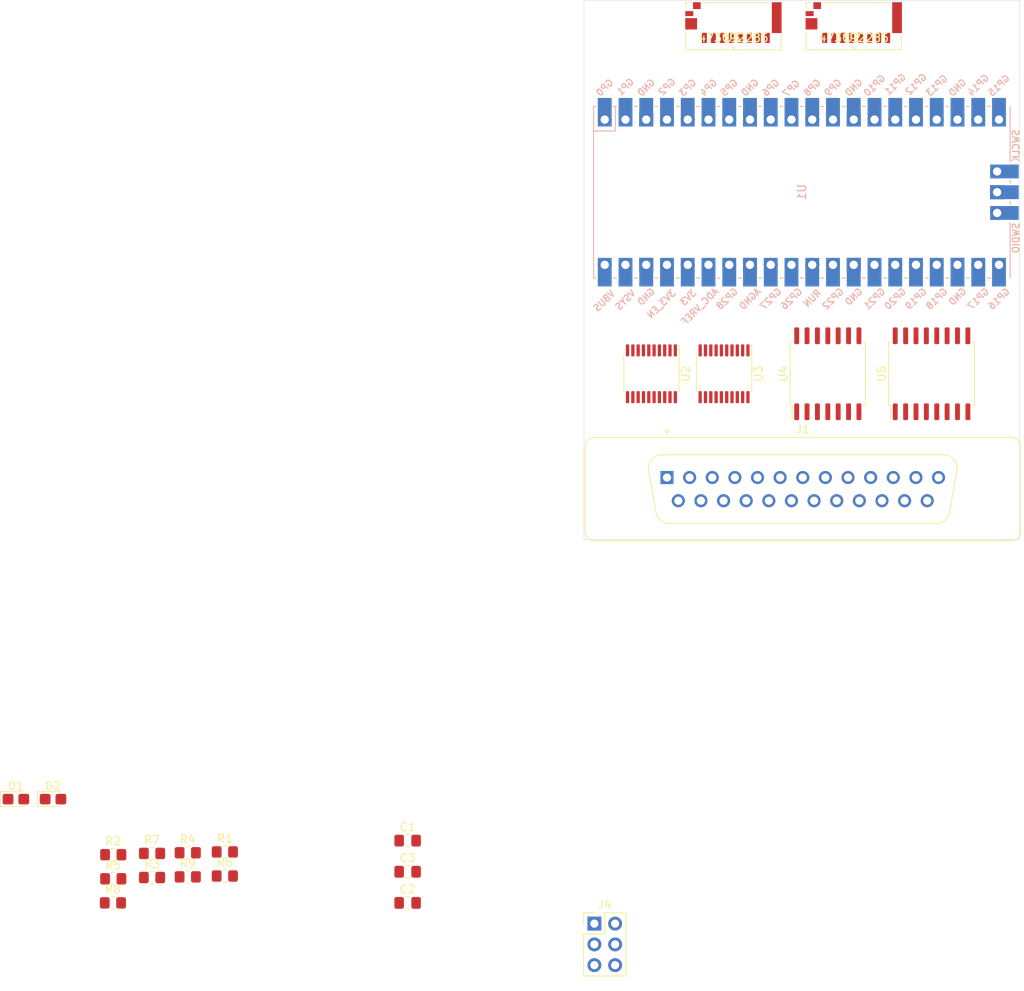
<source format=kicad_pcb>
(kicad_pcb (version 20171130) (host pcbnew 5.1.9+dfsg1-1)

  (general
    (thickness 1.6)
    (drawings 4)
    (tracks 0)
    (zones 0)
    (modules 23)
    (nets 77)
  )

  (page A4)
  (layers
    (0 F.Cu signal)
    (31 B.Cu signal)
    (32 B.Adhes user)
    (33 F.Adhes user)
    (34 B.Paste user)
    (35 F.Paste user)
    (36 B.SilkS user)
    (37 F.SilkS user)
    (38 B.Mask user)
    (39 F.Mask user)
    (40 Dwgs.User user)
    (41 Cmts.User user)
    (42 Eco1.User user)
    (43 Eco2.User user)
    (44 Edge.Cuts user)
    (45 Margin user)
    (46 B.CrtYd user)
    (47 F.CrtYd user)
    (48 B.Fab user)
    (49 F.Fab user)
  )

  (setup
    (last_trace_width 0.25)
    (trace_clearance 0.2)
    (zone_clearance 0.508)
    (zone_45_only no)
    (trace_min 0.2)
    (via_size 0.8)
    (via_drill 0.4)
    (via_min_size 0.4)
    (via_min_drill 0.3)
    (uvia_size 0.3)
    (uvia_drill 0.1)
    (uvias_allowed no)
    (uvia_min_size 0.2)
    (uvia_min_drill 0.1)
    (edge_width 0.05)
    (segment_width 0.2)
    (pcb_text_width 0.3)
    (pcb_text_size 1.5 1.5)
    (mod_edge_width 0.12)
    (mod_text_size 1 1)
    (mod_text_width 0.15)
    (pad_size 1.524 1.524)
    (pad_drill 0.762)
    (pad_to_mask_clearance 0)
    (aux_axis_origin 0 0)
    (visible_elements FFFFFF7F)
    (pcbplotparams
      (layerselection 0x010fc_ffffffff)
      (usegerberextensions false)
      (usegerberattributes true)
      (usegerberadvancedattributes true)
      (creategerberjobfile true)
      (excludeedgelayer true)
      (linewidth 0.100000)
      (plotframeref false)
      (viasonmask false)
      (mode 1)
      (useauxorigin false)
      (hpglpennumber 1)
      (hpglpenspeed 20)
      (hpglpendiameter 15.000000)
      (psnegative false)
      (psa4output false)
      (plotreference true)
      (plotvalue true)
      (plotinvisibletext false)
      (padsonsilk false)
      (subtractmaskfromsilk false)
      (outputformat 1)
      (mirror false)
      (drillshape 1)
      (scaleselection 1)
      (outputdirectory ""))
  )

  (net 0 "")
  (net 1 GND)
  (net 2 +5V)
  (net 3 +3V3)
  (net 4 "Net-(D1-Pad1)")
  (net 5 "Net-(D2-Pad1)")
  (net 6 ARW)
  (net 7 AA1)
  (net 8 AACK)
  (net 9 ARST)
  (net 10 "Net-(J1-Pad10)")
  (net 11 ACS)
  (net 12 AD7)
  (net 13 AD6)
  (net 14 AD5)
  (net 15 /AD4)
  (net 16 /AD3)
  (net 17 /AD2)
  (net 18 /AD1)
  (net 19 /AD0)
  (net 20 SPI_TX)
  (net 21 SPI_CLK)
  (net 22 SPI_RX)
  (net 23 CD0)
  (net 24 CS0)
  (net 25 CD1)
  (net 26 CS1)
  (net 27 "Net-(J4-Pad6)")
  (net 28 "Net-(J4-Pad1)")
  (net 29 "Net-(J4-Pad4)")
  (net 30 "Net-(J4-Pad2)")
  (net 31 DATABUSENABLE)
  (net 32 DRQ)
  (net 33 IRQ)
  (net 34 /D7)
  (net 35 /D6)
  (net 36 /D5)
  (net 37 /D4)
  (net 38 /D3)
  (net 39 /D2)
  (net 40 /D1)
  (net 41 /D0)
  (net 42 "Net-(U3-Pad13)")
  (net 43 "Net-(U3-Pad12)")
  (net 44 CONTROLLERID)
  (net 45 SELECTED)
  (net 46 "Net-(U3-Pad9)")
  (net 47 "Net-(U3-Pad8)")
  (net 48 RW)
  (net 49 A1)
  (net 50 ACK)
  (net 51 RST)
  (net 52 CS)
  (net 53 "Net-(U5-Pad7)")
  (net 54 "Net-(U5-Pad5)")
  (net 55 "Net-(U5-Pad4)")
  (net 56 "Net-(U5-Pad3)")
  (net 57 "Net-(U5-Pad2)")
  (net 58 "Net-(U1-Pad43)")
  (net 59 "Net-(U1-Pad41)")
  (net 60 "Net-(U1-Pad30)")
  (net 61 "Net-(U1-Pad32)")
  (net 62 "Net-(U1-Pad34)")
  (net 63 "Net-(U1-Pad35)")
  (net 64 "Net-(U1-Pad37)")
  (net 65 "Net-(U1-Pad39)")
  (net 66 "Net-(J1-Pad25)")
  (net 67 "Net-(J1-Pad24)")
  (net 68 "Net-(J1-Pad23)")
  (net 69 "Net-(J1-Pad22)")
  (net 70 "Net-(J1-Pad13)")
  (net 71 "Net-(J1-Pad12)")
  (net 72 "Net-(J1-Pad11)")
  (net 73 "Net-(J2-PadP8)")
  (net 74 "Net-(J2-PadP1)")
  (net 75 "Net-(J3-PadP8)")
  (net 76 "Net-(J3-PadP1)")

  (net_class Default "This is the default net class."
    (clearance 0.2)
    (trace_width 0.25)
    (via_dia 0.8)
    (via_drill 0.4)
    (uvia_dia 0.3)
    (uvia_drill 0.1)
    (add_net +3V3)
    (add_net +5V)
    (add_net /AD0)
    (add_net /AD1)
    (add_net /AD2)
    (add_net /AD3)
    (add_net /AD4)
    (add_net /D0)
    (add_net /D1)
    (add_net /D2)
    (add_net /D3)
    (add_net /D4)
    (add_net /D5)
    (add_net /D6)
    (add_net /D7)
    (add_net A1)
    (add_net AA1)
    (add_net AACK)
    (add_net ACK)
    (add_net ACS)
    (add_net AD5)
    (add_net AD6)
    (add_net AD7)
    (add_net ARST)
    (add_net ARW)
    (add_net CD0)
    (add_net CD1)
    (add_net CONTROLLERID)
    (add_net CS)
    (add_net CS0)
    (add_net CS1)
    (add_net DATABUSENABLE)
    (add_net DRQ)
    (add_net GND)
    (add_net IRQ)
    (add_net "Net-(D1-Pad1)")
    (add_net "Net-(D2-Pad1)")
    (add_net "Net-(J1-Pad10)")
    (add_net "Net-(J1-Pad11)")
    (add_net "Net-(J1-Pad12)")
    (add_net "Net-(J1-Pad13)")
    (add_net "Net-(J1-Pad22)")
    (add_net "Net-(J1-Pad23)")
    (add_net "Net-(J1-Pad24)")
    (add_net "Net-(J1-Pad25)")
    (add_net "Net-(J2-PadP1)")
    (add_net "Net-(J2-PadP8)")
    (add_net "Net-(J3-PadP1)")
    (add_net "Net-(J3-PadP8)")
    (add_net "Net-(J4-Pad1)")
    (add_net "Net-(J4-Pad2)")
    (add_net "Net-(J4-Pad4)")
    (add_net "Net-(J4-Pad6)")
    (add_net "Net-(U1-Pad30)")
    (add_net "Net-(U1-Pad32)")
    (add_net "Net-(U1-Pad34)")
    (add_net "Net-(U1-Pad35)")
    (add_net "Net-(U1-Pad37)")
    (add_net "Net-(U1-Pad39)")
    (add_net "Net-(U1-Pad41)")
    (add_net "Net-(U1-Pad43)")
    (add_net "Net-(U3-Pad12)")
    (add_net "Net-(U3-Pad13)")
    (add_net "Net-(U3-Pad8)")
    (add_net "Net-(U3-Pad9)")
    (add_net "Net-(U5-Pad2)")
    (add_net "Net-(U5-Pad3)")
    (add_net "Net-(U5-Pad4)")
    (add_net "Net-(U5-Pad5)")
    (add_net "Net-(U5-Pad7)")
    (add_net RST)
    (add_net RW)
    (add_net SELECTED)
    (add_net SPI_CLK)
    (add_net SPI_RX)
    (add_net SPI_TX)
  )

  (module Connector_Dsub:DSUB-25_Male_Vertical_P2.77x2.84mm (layer F.Cu) (tedit 59FEDEE2) (tstamp 63745141)
    (at 142.24 114.3)
    (descr "25-pin D-Sub connector, straight/vertical, THT-mount, male, pitch 2.77x2.84mm, distance of mounting holes 47.1mm, see https://disti-assets.s3.amazonaws.com/tonar/files/datasheets/16730.pdf")
    (tags "25-pin D-Sub connector straight vertical THT male pitch 2.77x2.84mm mounting holes distance 47.1mm")
    (path /637F7A9A)
    (fp_text reference J1 (at 16.62 -5.89) (layer F.SilkS)
      (effects (font (size 1 1) (thickness 0.15)))
    )
    (fp_text value DB25_Male (at 16.62 8.73) (layer F.Fab)
      (effects (font (size 1 1) (thickness 0.15)))
    )
    (fp_text user %R (at 16.62 1.42) (layer F.Fab)
      (effects (font (size 1 1) (thickness 0.15)))
    )
    (fp_arc (start 32.952421 3.97) (end 32.952421 5.63) (angle -80) (layer F.SilkS) (width 0.12))
    (fp_arc (start 0.287579 3.97) (end 0.287579 5.63) (angle 80) (layer F.SilkS) (width 0.12))
    (fp_arc (start 33.851689 -1.13) (end 33.851689 -2.79) (angle 100) (layer F.SilkS) (width 0.12))
    (fp_arc (start -0.611689 -1.13) (end -0.611689 -2.79) (angle -100) (layer F.SilkS) (width 0.12))
    (fp_arc (start 32.963927 3.97) (end 32.963927 5.57) (angle -80) (layer F.Fab) (width 0.1))
    (fp_arc (start 0.276073 3.97) (end 0.276073 5.57) (angle 80) (layer F.Fab) (width 0.1))
    (fp_arc (start 33.863194 -1.13) (end 33.863194 -2.73) (angle 100) (layer F.Fab) (width 0.1))
    (fp_arc (start -0.623194 -1.13) (end -0.623194 -2.73) (angle -100) (layer F.Fab) (width 0.1))
    (fp_arc (start 42.17 6.67) (end 43.23 6.67) (angle 90) (layer F.SilkS) (width 0.12))
    (fp_arc (start -8.93 6.67) (end -9.99 6.67) (angle -90) (layer F.SilkS) (width 0.12))
    (fp_arc (start 42.17 -3.83) (end 42.17 -4.89) (angle 90) (layer F.SilkS) (width 0.12))
    (fp_arc (start -8.93 -3.83) (end -9.99 -3.83) (angle 90) (layer F.SilkS) (width 0.12))
    (fp_arc (start 42.17 6.67) (end 43.17 6.67) (angle 90) (layer F.Fab) (width 0.1))
    (fp_arc (start -8.93 6.67) (end -9.93 6.67) (angle -90) (layer F.Fab) (width 0.1))
    (fp_arc (start 42.17 -3.83) (end 42.17 -4.83) (angle 90) (layer F.Fab) (width 0.1))
    (fp_arc (start -8.93 -3.83) (end -9.93 -3.83) (angle 90) (layer F.Fab) (width 0.1))
    (fp_line (start -8.93 -4.83) (end 42.17 -4.83) (layer F.Fab) (width 0.1))
    (fp_line (start 43.17 -3.83) (end 43.17 6.67) (layer F.Fab) (width 0.1))
    (fp_line (start 42.17 7.67) (end -8.93 7.67) (layer F.Fab) (width 0.1))
    (fp_line (start -9.93 6.67) (end -9.93 -3.83) (layer F.Fab) (width 0.1))
    (fp_line (start -8.93 -4.89) (end 42.17 -4.89) (layer F.SilkS) (width 0.12))
    (fp_line (start 43.23 -3.83) (end 43.23 6.67) (layer F.SilkS) (width 0.12))
    (fp_line (start 42.17 7.73) (end -8.93 7.73) (layer F.SilkS) (width 0.12))
    (fp_line (start -9.99 6.67) (end -9.99 -3.83) (layer F.SilkS) (width 0.12))
    (fp_line (start -0.25 -5.784338) (end 0.25 -5.784338) (layer F.SilkS) (width 0.12))
    (fp_line (start 0.25 -5.784338) (end 0 -5.351325) (layer F.SilkS) (width 0.12))
    (fp_line (start 0 -5.351325) (end -0.25 -5.784338) (layer F.SilkS) (width 0.12))
    (fp_line (start -0.623194 -2.73) (end 33.863194 -2.73) (layer F.Fab) (width 0.1))
    (fp_line (start 0.276073 5.57) (end 32.963927 5.57) (layer F.Fab) (width 0.1))
    (fp_line (start 35.438887 -0.852163) (end 34.539619 4.247837) (layer F.Fab) (width 0.1))
    (fp_line (start -2.198887 -0.852163) (end -1.299619 4.247837) (layer F.Fab) (width 0.1))
    (fp_line (start -0.611689 -2.79) (end 33.851689 -2.79) (layer F.SilkS) (width 0.12))
    (fp_line (start 0.287579 5.63) (end 32.952421 5.63) (layer F.SilkS) (width 0.12))
    (fp_line (start 35.48647 -0.841744) (end 34.587202 4.258256) (layer F.SilkS) (width 0.12))
    (fp_line (start -2.24647 -0.841744) (end -1.347202 4.258256) (layer F.SilkS) (width 0.12))
    (fp_line (start -10.45 -5.35) (end -10.45 8.2) (layer F.CrtYd) (width 0.05))
    (fp_line (start -10.45 8.2) (end 43.7 8.2) (layer F.CrtYd) (width 0.05))
    (fp_line (start 43.7 8.2) (end 43.7 -5.35) (layer F.CrtYd) (width 0.05))
    (fp_line (start 43.7 -5.35) (end -10.45 -5.35) (layer F.CrtYd) (width 0.05))
    (pad 25 thru_hole circle (at 31.855 2.84) (size 1.6 1.6) (drill 1) (layers *.Cu *.Mask)
      (net 66 "Net-(J1-Pad25)"))
    (pad 24 thru_hole circle (at 29.085 2.84) (size 1.6 1.6) (drill 1) (layers *.Cu *.Mask)
      (net 67 "Net-(J1-Pad24)"))
    (pad 23 thru_hole circle (at 26.315 2.84) (size 1.6 1.6) (drill 1) (layers *.Cu *.Mask)
      (net 68 "Net-(J1-Pad23)"))
    (pad 22 thru_hole circle (at 23.545 2.84) (size 1.6 1.6) (drill 1) (layers *.Cu *.Mask)
      (net 69 "Net-(J1-Pad22)"))
    (pad 21 thru_hole circle (at 20.775 2.84) (size 1.6 1.6) (drill 1) (layers *.Cu *.Mask)
      (net 6 ARW))
    (pad 20 thru_hole circle (at 18.005 2.84) (size 1.6 1.6) (drill 1) (layers *.Cu *.Mask)
      (net 1 GND))
    (pad 19 thru_hole circle (at 15.235 2.84) (size 1.6 1.6) (drill 1) (layers *.Cu *.Mask)
      (net 7 AA1))
    (pad 18 thru_hole circle (at 12.465 2.84) (size 1.6 1.6) (drill 1) (layers *.Cu *.Mask)
      (net 1 GND))
    (pad 17 thru_hole circle (at 9.695 2.84) (size 1.6 1.6) (drill 1) (layers *.Cu *.Mask)
      (net 8 AACK))
    (pad 16 thru_hole circle (at 6.925 2.84) (size 1.6 1.6) (drill 1) (layers *.Cu *.Mask)
      (net 1 GND))
    (pad 15 thru_hole circle (at 4.155 2.84) (size 1.6 1.6) (drill 1) (layers *.Cu *.Mask)
      (net 9 ARST))
    (pad 14 thru_hole circle (at 1.385 2.84) (size 1.6 1.6) (drill 1) (layers *.Cu *.Mask)
      (net 1 GND))
    (pad 13 thru_hole circle (at 33.24 0) (size 1.6 1.6) (drill 1) (layers *.Cu *.Mask)
      (net 70 "Net-(J1-Pad13)"))
    (pad 12 thru_hole circle (at 30.47 0) (size 1.6 1.6) (drill 1) (layers *.Cu *.Mask)
      (net 71 "Net-(J1-Pad12)"))
    (pad 11 thru_hole circle (at 27.7 0) (size 1.6 1.6) (drill 1) (layers *.Cu *.Mask)
      (net 72 "Net-(J1-Pad11)"))
    (pad 10 thru_hole circle (at 24.93 0) (size 1.6 1.6) (drill 1) (layers *.Cu *.Mask)
      (net 10 "Net-(J1-Pad10)"))
    (pad 9 thru_hole circle (at 22.16 0) (size 1.6 1.6) (drill 1) (layers *.Cu *.Mask)
      (net 11 ACS))
    (pad 8 thru_hole circle (at 19.39 0) (size 1.6 1.6) (drill 1) (layers *.Cu *.Mask)
      (net 12 AD7))
    (pad 7 thru_hole circle (at 16.62 0) (size 1.6 1.6) (drill 1) (layers *.Cu *.Mask)
      (net 13 AD6))
    (pad 6 thru_hole circle (at 13.85 0) (size 1.6 1.6) (drill 1) (layers *.Cu *.Mask)
      (net 14 AD5))
    (pad 5 thru_hole circle (at 11.08 0) (size 1.6 1.6) (drill 1) (layers *.Cu *.Mask)
      (net 15 /AD4))
    (pad 4 thru_hole circle (at 8.31 0) (size 1.6 1.6) (drill 1) (layers *.Cu *.Mask)
      (net 16 /AD3))
    (pad 3 thru_hole circle (at 5.54 0) (size 1.6 1.6) (drill 1) (layers *.Cu *.Mask)
      (net 17 /AD2))
    (pad 2 thru_hole circle (at 2.77 0) (size 1.6 1.6) (drill 1) (layers *.Cu *.Mask)
      (net 18 /AD1))
    (pad 1 thru_hole rect (at 0 0) (size 1.6 1.6) (drill 1) (layers *.Cu *.Mask)
      (net 19 /AD0))
    (model ${KISYS3DMOD}/Connector_Dsub.3dshapes/DSUB-25_Male_Vertical_P2.77x2.84mm.wrl
      (at (xyz 0 0 0))
      (scale (xyz 1 1 1))
      (rotate (xyz 0 0 0))
    )
  )

  (module kicad:molex_47309-2285_sdcard (layer F.Cu) (tedit 0) (tstamp 6375157B)
    (at 150.37 59.055 180)
    (path /63A5E1C5)
    (fp_text reference J3 (at 0 -1.4309) (layer F.SilkS)
      (effects (font (size 1 1) (thickness 0.15)))
    )
    (fp_text value 473092285 (at 0 -1.4309) (layer F.SilkS)
      (effects (font (size 1 1) (thickness 0.15)))
    )
    (fp_text user * (at 1.010001 -1.4309) (layer F.Fab)
      (effects (font (size 1 1) (thickness 0.15)))
    )
    (fp_text user * (at 1.010001 -1.4309) (layer F.SilkS)
      (effects (font (size 1 1) (thickness 0.15)))
    )
    (fp_text user * (at 1.010001 -1.4309) (layer F.Fab)
      (effects (font (size 1 1) (thickness 0.15)))
    )
    (fp_text user * (at 1.010001 -1.4309) (layer F.SilkS)
      (effects (font (size 1 1) (thickness 0.15)))
    )
    (fp_text user "Copyright 2021 Accelerated Designs. All rights reserved." (at 0 0) (layer Cmts.User)
      (effects (font (size 0.127 0.127) (thickness 0.002)))
    )
    (fp_line (start -5.973274 -1.085436) (end -5.973274 3.183633) (layer F.CrtYd) (width 0.05))
    (fp_line (start -5.973274 3.183633) (end -4.626654 3.183633) (layer F.CrtYd) (width 0.05))
    (fp_line (start -4.626654 3.183633) (end -4.626654 2.866425) (layer F.CrtYd) (width 0.05))
    (fp_line (start -4.626654 2.866425) (end 3.815541 2.866427) (layer F.CrtYd) (width 0.05))
    (fp_line (start 3.55 -1.4309) (end 3.55 -8.2169) (layer Cmts.User) (width 0.1))
    (fp_line (start 4.650001 -1.4309) (end 4.650001 -8.2169) (layer Cmts.User) (width 0.1))
    (fp_line (start 3.55 -7.8359) (end 2.28 -7.8359) (layer Cmts.User) (width 0.1))
    (fp_line (start 4.650001 -7.8359) (end 5.920001 -7.8359) (layer Cmts.User) (width 0.1))
    (fp_line (start 3.55 -7.8359) (end 3.296 -7.9629) (layer Cmts.User) (width 0.1))
    (fp_line (start 3.55 -7.8359) (end 3.296 -7.7089) (layer Cmts.User) (width 0.1))
    (fp_line (start 3.296 -7.9629) (end 3.296 -7.7089) (layer Cmts.User) (width 0.1))
    (fp_line (start 4.650001 -7.8359) (end 4.904001 -7.9629) (layer Cmts.User) (width 0.1))
    (fp_line (start 4.650001 -7.8359) (end 4.904001 -7.7089) (layer Cmts.User) (width 0.1))
    (fp_line (start 4.904001 -7.9629) (end 4.904001 -7.7089) (layer Cmts.User) (width 0.1))
    (fp_line (start 3.55 -1.4309) (end 12.101001 -1.4309) (layer Cmts.User) (width 0.1))
    (fp_line (start 4.650001 -1.4309) (end 12.101001 -1.4309) (layer Cmts.User) (width 0.1))
    (fp_line (start 11.720001 -1.4309) (end 11.720001 -2.7009) (layer Cmts.User) (width 0.1))
    (fp_line (start 11.720001 -1.4309) (end 11.720001 -0.1609) (layer Cmts.User) (width 0.1))
    (fp_line (start 11.720001 -1.4309) (end 11.593001 -1.6849) (layer Cmts.User) (width 0.1))
    (fp_line (start 11.720001 -1.4309) (end 11.847001 -1.6849) (layer Cmts.User) (width 0.1))
    (fp_line (start 11.593001 -1.6849) (end 11.847001 -1.6849) (layer Cmts.User) (width 0.1))
    (fp_line (start 11.720001 -1.4309) (end 11.593001 -1.1769) (layer Cmts.User) (width 0.1))
    (fp_line (start 11.720001 -1.4309) (end 11.847001 -1.1769) (layer Cmts.User) (width 0.1))
    (fp_line (start 11.593001 -1.1769) (end 11.847001 -1.1769) (layer Cmts.User) (width 0.1))
    (fp_line (start -5.7023 2.7559) (end -5.7023 -13.2969) (layer Cmts.User) (width 0.1))
    (fp_line (start 5.7023 2.7559) (end 5.7023 -13.2969) (layer Cmts.User) (width 0.1))
    (fp_line (start -5.7023 -12.9159) (end 5.7023 -12.9159) (layer Cmts.User) (width 0.1))
    (fp_line (start -5.7023 -12.9159) (end -5.4483 -13.0429) (layer Cmts.User) (width 0.1))
    (fp_line (start -5.7023 -12.9159) (end -5.4483 -12.7889) (layer Cmts.User) (width 0.1))
    (fp_line (start -5.4483 -13.0429) (end -5.4483 -12.7889) (layer Cmts.User) (width 0.1))
    (fp_line (start 5.7023 -12.9159) (end 5.4483 -13.0429) (layer Cmts.User) (width 0.1))
    (fp_line (start 5.7023 -12.9159) (end 5.4483 -12.7889) (layer Cmts.User) (width 0.1))
    (fp_line (start 5.4483 -13.0429) (end 5.4483 -12.7889) (layer Cmts.User) (width 0.1))
    (fp_line (start -5.7023 -2.7559) (end -18.7833 -2.7559) (layer Cmts.User) (width 0.1))
    (fp_line (start -5.7023 2.7559) (end -18.7833 2.7559) (layer Cmts.User) (width 0.1))
    (fp_line (start -18.4023 -2.7559) (end -18.4023 2.7559) (layer Cmts.User) (width 0.1))
    (fp_line (start -18.4023 -2.7559) (end -18.5293 -2.5019) (layer Cmts.User) (width 0.1))
    (fp_line (start -18.4023 -2.7559) (end -18.2753 -2.5019) (layer Cmts.User) (width 0.1))
    (fp_line (start -18.5293 -2.5019) (end -18.2753 -2.5019) (layer Cmts.User) (width 0.1))
    (fp_line (start -18.4023 2.7559) (end -18.5293 2.5019) (layer Cmts.User) (width 0.1))
    (fp_line (start -18.4023 2.7559) (end -18.2753 2.5019) (layer Cmts.User) (width 0.1))
    (fp_line (start -18.5293 2.5019) (end -18.2753 2.5019) (layer Cmts.User) (width 0.1))
    (fp_line (start 0 -2.7559) (end 8.6233 -2.7559) (layer Cmts.User) (width 0.1))
    (fp_line (start 0 -1.4309) (end 8.6233 -1.4309) (layer Cmts.User) (width 0.1))
    (fp_line (start 8.2423 -2.7559) (end 8.2423 -4.0259) (layer Cmts.User) (width 0.1))
    (fp_line (start 8.2423 -1.4309) (end 8.2423 -0.1609) (layer Cmts.User) (width 0.1))
    (fp_line (start 8.2423 -2.7559) (end 8.1153 -3.0099) (layer Cmts.User) (width 0.1))
    (fp_line (start 8.2423 -2.7559) (end 8.3693 -3.0099) (layer Cmts.User) (width 0.1))
    (fp_line (start 8.1153 -3.0099) (end 8.3693 -3.0099) (layer Cmts.User) (width 0.1))
    (fp_line (start 8.2423 -1.4309) (end 8.1153 -1.1769) (layer Cmts.User) (width 0.1))
    (fp_line (start 8.2423 -1.4309) (end 8.3693 -1.1769) (layer Cmts.User) (width 0.1))
    (fp_line (start 8.1153 -1.1769) (end 8.3693 -1.1769) (layer Cmts.User) (width 0.1))
    (fp_line (start 0 -2.7559) (end 13.7033 -2.7559) (layer Cmts.User) (width 0.1))
    (fp_line (start 0 0.294099) (end 13.7033 0.294099) (layer Cmts.User) (width 0.1))
    (fp_line (start 13.3223 -2.7559) (end 13.3223 -4.0259) (layer Cmts.User) (width 0.1))
    (fp_line (start 13.3223 0.294099) (end 13.3223 1.564099) (layer Cmts.User) (width 0.1))
    (fp_line (start 13.3223 -2.7559) (end 13.1953 -3.0099) (layer Cmts.User) (width 0.1))
    (fp_line (start 13.3223 -2.7559) (end 13.4493 -3.0099) (layer Cmts.User) (width 0.1))
    (fp_line (start 13.1953 -3.0099) (end 13.4493 -3.0099) (layer Cmts.User) (width 0.1))
    (fp_line (start 13.3223 0.294099) (end 13.1953 0.548099) (layer Cmts.User) (width 0.1))
    (fp_line (start 13.3223 0.294099) (end 13.4493 0.548099) (layer Cmts.User) (width 0.1))
    (fp_line (start 13.1953 0.548099) (end 13.4493 0.548099) (layer Cmts.User) (width 0.1))
    (fp_line (start -4.370324 2.8829) (end 3.67236 2.8829) (layer F.SilkS) (width 0.12))
    (fp_line (start 5.8293 2.8829) (end 5.8293 2.181639) (layer F.SilkS) (width 0.12))
    (fp_line (start 5.8293 -2.8829) (end -5.8293 -2.8829) (layer F.SilkS) (width 0.12))
    (fp_line (start -5.8293 -2.8829) (end -5.8293 -1.175941) (layer F.SilkS) (width 0.12))
    (fp_line (start -5.7023 2.7559) (end 5.7023 2.7559) (layer F.Fab) (width 0.1))
    (fp_line (start 5.7023 2.7559) (end 5.7023 -2.7559) (layer F.Fab) (width 0.1))
    (fp_line (start 5.7023 -2.7559) (end -5.7023 -2.7559) (layer F.Fab) (width 0.1))
    (fp_line (start -5.7023 -2.7559) (end -5.7023 2.7559) (layer F.Fab) (width 0.1))
    (fp_line (start -0.127 -2.6289) (end 0.127 -2.6289) (layer F.SilkS) (width 0.12))
    (fp_line (start 0.127 -2.6289) (end 0.127 -2.8829) (layer F.SilkS) (width 0.12))
    (fp_line (start 0.127 -2.8829) (end -0.127 -2.8829) (layer F.SilkS) (width 0.12))
    (fp_line (start -0.127 -2.8829) (end -0.127 -2.6289) (layer F.SilkS) (width 0.12))
    (fp_line (start 0 -2.7559) (end 0 -2.7559) (layer F.Fab) (width 0.1))
    (fp_line (start 0 -2.7559) (end 0 -2.7559) (layer F.Fab) (width 0.1))
    (fp_line (start 0 -2.7559) (end 0 -2.7559) (layer F.Fab) (width 0.1))
    (fp_line (start 0 -2.7559) (end 0 -2.7559) (layer F.Fab) (width 0.1))
    (fp_line (start 5.8293 -0.737141) (end 5.8293 -2.8829) (layer F.SilkS) (width 0.12))
    (fp_line (start 5.27764 2.8829) (end 5.8293 2.8829) (layer F.SilkS) (width 0.12))
    (fp_line (start 3.815541 2.866427) (end 3.815541 3.107267) (layer F.CrtYd) (width 0.05))
    (fp_line (start 3.815541 3.107267) (end 5.134459 3.107267) (layer F.CrtYd) (width 0.05))
    (fp_line (start 5.134459 3.107267) (end 5.134459 2.866427) (layer F.CrtYd) (width 0.05))
    (fp_line (start 5.134459 2.866427) (end 5.930991 2.866428) (layer F.CrtYd) (width 0.05))
    (fp_line (start 5.930991 2.866428) (end 5.930992 1.98202) (layer F.CrtYd) (width 0.05))
    (fp_line (start 5.930992 1.98202) (end 6.11162 1.98202) (layer F.CrtYd) (width 0.05))
    (fp_line (start 6.11162 1.98202) (end 6.11162 1.106178) (layer F.CrtYd) (width 0.05))
    (fp_line (start 6.11162 1.106178) (end 6.081184 1.106178) (layer F.CrtYd) (width 0.05))
    (fp_line (start 6.081184 1.106178) (end 6.081184 -0.580771) (layer F.CrtYd) (width 0.05))
    (fp_line (start 6.081184 -0.580771) (end 5.930992 -0.580771) (layer F.CrtYd) (width 0.05))
    (fp_line (start 5.930992 -0.580771) (end 5.930992 -2.866426) (layer F.CrtYd) (width 0.05))
    (fp_line (start 5.930992 -2.866426) (end -5.930992 -2.866426) (layer F.CrtYd) (width 0.05))
    (fp_line (start -5.930992 -2.866426) (end -5.930992 -1.085436) (layer F.CrtYd) (width 0.05))
    (fp_line (start -5.930992 -1.085436) (end -5.973274 -1.085436) (layer F.CrtYd) (width 0.05))
    (fp_line (start -5.973274 3.183633) (end -4.626654 3.183633) (layer F.CrtYd) (width 0.05))
    (fp_line (start -4.626654 3.183633) (end -4.626654 2.866425) (layer F.CrtYd) (width 0.05))
    (fp_line (start -4.626654 2.866425) (end 3.815541 2.866427) (layer F.CrtYd) (width 0.05))
    (fp_line (start 3.815541 2.866427) (end 3.815541 3.107267) (layer F.CrtYd) (width 0.05))
    (fp_line (start 3.815541 3.107267) (end 5.134459 3.107267) (layer F.CrtYd) (width 0.05))
    (fp_line (start 5.134459 3.107267) (end 5.134459 2.866427) (layer F.CrtYd) (width 0.05))
    (fp_line (start 5.134459 2.866427) (end 5.930991 2.866428) (layer F.CrtYd) (width 0.05))
    (fp_line (start 5.930991 2.866428) (end 5.930992 1.98202) (layer F.CrtYd) (width 0.05))
    (fp_line (start 5.930992 1.98202) (end 6.11162 1.98202) (layer F.CrtYd) (width 0.05))
    (fp_line (start 6.11162 1.98202) (end 6.11162 1.106178) (layer F.CrtYd) (width 0.05))
    (fp_line (start 6.11162 1.106178) (end 6.081184 1.106178) (layer F.CrtYd) (width 0.05))
    (fp_line (start 6.081184 1.106178) (end 6.081184 -0.580771) (layer F.CrtYd) (width 0.05))
    (fp_line (start 6.081184 -0.580771) (end 5.930992 -0.580771) (layer F.CrtYd) (width 0.05))
    (fp_line (start 5.930992 -0.580771) (end 5.930992 -2.866426) (layer F.CrtYd) (width 0.05))
    (fp_line (start 5.930992 -2.866426) (end -5.930992 -2.866426) (layer F.CrtYd) (width 0.05))
    (fp_line (start -5.930992 -2.866426) (end -5.930992 -1.085436) (layer F.CrtYd) (width 0.05))
    (fp_line (start -5.930992 -1.085436) (end -5.973274 -1.085436) (layer F.CrtYd) (width 0.05))
    (fp_line (start -5.973274 -1.085436) (end -5.973274 3.183633) (layer F.CrtYd) (width 0.05))
    (pad G4 smd rect (at 4.475 2.519101 180) (size 0.9398 0.8382) (layers F.Cu F.Paste F.Mask)
      (net 23 CD0))
    (pad G3 smd rect (at 5.399999 1.544099 180) (size 0.9906 0.6096) (layers F.Cu F.Paste F.Mask)
      (net 1 GND))
    (pad G2 smd rect (at 5.174501 0.294099 180) (size 1.4478 1.397) (layers F.Cu F.Paste F.Mask)
      (net 1 GND))
    (pad G1 smd rect (at -5.299964 1.049099 180) (size 1.1938 3.7846) (layers F.Cu F.Paste F.Mask)
      (net 1 GND))
    (pad P8 smd rect (at -4.149999 -1.430899 180) (size 0.6096 1.2446) (layers F.Cu F.Paste F.Mask)
      (net 75 "Net-(J3-PadP8)"))
    (pad P7 smd rect (at -3.050002 -1.430899 180) (size 0.6096 1.2446) (layers F.Cu F.Paste F.Mask)
      (net 22 SPI_RX))
    (pad P6 smd rect (at -1.950001 -1.430899 180) (size 0.6096 1.2446) (layers F.Cu F.Paste F.Mask)
      (net 1 GND))
    (pad P5 smd rect (at -0.850001 -1.430899 180) (size 0.6096 1.2446) (layers F.Cu F.Paste F.Mask)
      (net 21 SPI_CLK))
    (pad P4 smd rect (at 0.25 -1.430899 180) (size 0.6096 1.2446) (layers F.Cu F.Paste F.Mask)
      (net 3 +3V3))
    (pad P3 smd rect (at 1.35 -1.430899 180) (size 0.6096 1.2446) (layers F.Cu F.Paste F.Mask)
      (net 20 SPI_TX))
    (pad P2 smd rect (at 2.45 -1.430899 180) (size 0.6096 1.2446) (layers F.Cu F.Paste F.Mask)
      (net 24 CS0))
    (pad P1 smd rect (at 3.550001 -1.430899 180) (size 0.6096 1.2446) (layers F.Cu F.Paste F.Mask)
      (net 76 "Net-(J3-PadP1)"))
  )

  (module kicad:molex_47309-2285_sdcard (layer F.Cu) (tedit 0) (tstamp 6374FACA)
    (at 165.100001 59.055 180)
    (path /63A5D87D)
    (fp_text reference J2 (at 0 -1.4309) (layer F.SilkS)
      (effects (font (size 1 1) (thickness 0.15)))
    )
    (fp_text value 473092285 (at 0 -1.4309) (layer F.SilkS)
      (effects (font (size 1 1) (thickness 0.15)))
    )
    (fp_text user * (at 1.010001 -1.4309) (layer F.Fab)
      (effects (font (size 1 1) (thickness 0.15)))
    )
    (fp_text user * (at 1.010001 -1.4309) (layer F.SilkS)
      (effects (font (size 1 1) (thickness 0.15)))
    )
    (fp_text user * (at 1.010001 -1.4309) (layer F.Fab)
      (effects (font (size 1 1) (thickness 0.15)))
    )
    (fp_text user * (at 1.010001 -1.4309) (layer F.SilkS)
      (effects (font (size 1 1) (thickness 0.15)))
    )
    (fp_text user "Copyright 2021 Accelerated Designs. All rights reserved." (at 0 0) (layer Cmts.User)
      (effects (font (size 0.127 0.127) (thickness 0.002)))
    )
    (fp_line (start -5.973274 -1.085436) (end -5.973274 3.183633) (layer F.CrtYd) (width 0.05))
    (fp_line (start -5.973274 3.183633) (end -4.626654 3.183633) (layer F.CrtYd) (width 0.05))
    (fp_line (start -4.626654 3.183633) (end -4.626654 2.866425) (layer F.CrtYd) (width 0.05))
    (fp_line (start -4.626654 2.866425) (end 3.815541 2.866427) (layer F.CrtYd) (width 0.05))
    (fp_line (start 3.55 -1.4309) (end 3.55 -8.2169) (layer Cmts.User) (width 0.1))
    (fp_line (start 4.650001 -1.4309) (end 4.650001 -8.2169) (layer Cmts.User) (width 0.1))
    (fp_line (start 3.55 -7.8359) (end 2.28 -7.8359) (layer Cmts.User) (width 0.1))
    (fp_line (start 4.650001 -7.8359) (end 5.920001 -7.8359) (layer Cmts.User) (width 0.1))
    (fp_line (start 3.55 -7.8359) (end 3.296 -7.9629) (layer Cmts.User) (width 0.1))
    (fp_line (start 3.55 -7.8359) (end 3.296 -7.7089) (layer Cmts.User) (width 0.1))
    (fp_line (start 3.296 -7.9629) (end 3.296 -7.7089) (layer Cmts.User) (width 0.1))
    (fp_line (start 4.650001 -7.8359) (end 4.904001 -7.9629) (layer Cmts.User) (width 0.1))
    (fp_line (start 4.650001 -7.8359) (end 4.904001 -7.7089) (layer Cmts.User) (width 0.1))
    (fp_line (start 4.904001 -7.9629) (end 4.904001 -7.7089) (layer Cmts.User) (width 0.1))
    (fp_line (start 3.55 -1.4309) (end 12.101001 -1.4309) (layer Cmts.User) (width 0.1))
    (fp_line (start 4.650001 -1.4309) (end 12.101001 -1.4309) (layer Cmts.User) (width 0.1))
    (fp_line (start 11.720001 -1.4309) (end 11.720001 -2.7009) (layer Cmts.User) (width 0.1))
    (fp_line (start 11.720001 -1.4309) (end 11.720001 -0.1609) (layer Cmts.User) (width 0.1))
    (fp_line (start 11.720001 -1.4309) (end 11.593001 -1.6849) (layer Cmts.User) (width 0.1))
    (fp_line (start 11.720001 -1.4309) (end 11.847001 -1.6849) (layer Cmts.User) (width 0.1))
    (fp_line (start 11.593001 -1.6849) (end 11.847001 -1.6849) (layer Cmts.User) (width 0.1))
    (fp_line (start 11.720001 -1.4309) (end 11.593001 -1.1769) (layer Cmts.User) (width 0.1))
    (fp_line (start 11.720001 -1.4309) (end 11.847001 -1.1769) (layer Cmts.User) (width 0.1))
    (fp_line (start 11.593001 -1.1769) (end 11.847001 -1.1769) (layer Cmts.User) (width 0.1))
    (fp_line (start -5.7023 2.7559) (end -5.7023 -13.2969) (layer Cmts.User) (width 0.1))
    (fp_line (start 5.7023 2.7559) (end 5.7023 -13.2969) (layer Cmts.User) (width 0.1))
    (fp_line (start -5.7023 -12.9159) (end 5.7023 -12.9159) (layer Cmts.User) (width 0.1))
    (fp_line (start -5.7023 -12.9159) (end -5.4483 -13.0429) (layer Cmts.User) (width 0.1))
    (fp_line (start -5.7023 -12.9159) (end -5.4483 -12.7889) (layer Cmts.User) (width 0.1))
    (fp_line (start -5.4483 -13.0429) (end -5.4483 -12.7889) (layer Cmts.User) (width 0.1))
    (fp_line (start 5.7023 -12.9159) (end 5.4483 -13.0429) (layer Cmts.User) (width 0.1))
    (fp_line (start 5.7023 -12.9159) (end 5.4483 -12.7889) (layer Cmts.User) (width 0.1))
    (fp_line (start 5.4483 -13.0429) (end 5.4483 -12.7889) (layer Cmts.User) (width 0.1))
    (fp_line (start -5.7023 -2.7559) (end -18.7833 -2.7559) (layer Cmts.User) (width 0.1))
    (fp_line (start -5.7023 2.7559) (end -18.7833 2.7559) (layer Cmts.User) (width 0.1))
    (fp_line (start -18.4023 -2.7559) (end -18.4023 2.7559) (layer Cmts.User) (width 0.1))
    (fp_line (start -18.4023 -2.7559) (end -18.5293 -2.5019) (layer Cmts.User) (width 0.1))
    (fp_line (start -18.4023 -2.7559) (end -18.2753 -2.5019) (layer Cmts.User) (width 0.1))
    (fp_line (start -18.5293 -2.5019) (end -18.2753 -2.5019) (layer Cmts.User) (width 0.1))
    (fp_line (start -18.4023 2.7559) (end -18.5293 2.5019) (layer Cmts.User) (width 0.1))
    (fp_line (start -18.4023 2.7559) (end -18.2753 2.5019) (layer Cmts.User) (width 0.1))
    (fp_line (start -18.5293 2.5019) (end -18.2753 2.5019) (layer Cmts.User) (width 0.1))
    (fp_line (start 0 -2.7559) (end 8.6233 -2.7559) (layer Cmts.User) (width 0.1))
    (fp_line (start 0 -1.4309) (end 8.6233 -1.4309) (layer Cmts.User) (width 0.1))
    (fp_line (start 8.2423 -2.7559) (end 8.2423 -4.0259) (layer Cmts.User) (width 0.1))
    (fp_line (start 8.2423 -1.4309) (end 8.2423 -0.1609) (layer Cmts.User) (width 0.1))
    (fp_line (start 8.2423 -2.7559) (end 8.1153 -3.0099) (layer Cmts.User) (width 0.1))
    (fp_line (start 8.2423 -2.7559) (end 8.3693 -3.0099) (layer Cmts.User) (width 0.1))
    (fp_line (start 8.1153 -3.0099) (end 8.3693 -3.0099) (layer Cmts.User) (width 0.1))
    (fp_line (start 8.2423 -1.4309) (end 8.1153 -1.1769) (layer Cmts.User) (width 0.1))
    (fp_line (start 8.2423 -1.4309) (end 8.3693 -1.1769) (layer Cmts.User) (width 0.1))
    (fp_line (start 8.1153 -1.1769) (end 8.3693 -1.1769) (layer Cmts.User) (width 0.1))
    (fp_line (start 0 -2.7559) (end 13.7033 -2.7559) (layer Cmts.User) (width 0.1))
    (fp_line (start 0 0.294099) (end 13.7033 0.294099) (layer Cmts.User) (width 0.1))
    (fp_line (start 13.3223 -2.7559) (end 13.3223 -4.0259) (layer Cmts.User) (width 0.1))
    (fp_line (start 13.3223 0.294099) (end 13.3223 1.564099) (layer Cmts.User) (width 0.1))
    (fp_line (start 13.3223 -2.7559) (end 13.1953 -3.0099) (layer Cmts.User) (width 0.1))
    (fp_line (start 13.3223 -2.7559) (end 13.4493 -3.0099) (layer Cmts.User) (width 0.1))
    (fp_line (start 13.1953 -3.0099) (end 13.4493 -3.0099) (layer Cmts.User) (width 0.1))
    (fp_line (start 13.3223 0.294099) (end 13.1953 0.548099) (layer Cmts.User) (width 0.1))
    (fp_line (start 13.3223 0.294099) (end 13.4493 0.548099) (layer Cmts.User) (width 0.1))
    (fp_line (start 13.1953 0.548099) (end 13.4493 0.548099) (layer Cmts.User) (width 0.1))
    (fp_line (start -4.370324 2.8829) (end 3.67236 2.8829) (layer F.SilkS) (width 0.12))
    (fp_line (start 5.8293 2.8829) (end 5.8293 2.181639) (layer F.SilkS) (width 0.12))
    (fp_line (start 5.8293 -2.8829) (end -5.8293 -2.8829) (layer F.SilkS) (width 0.12))
    (fp_line (start -5.8293 -2.8829) (end -5.8293 -1.175941) (layer F.SilkS) (width 0.12))
    (fp_line (start -5.7023 2.7559) (end 5.7023 2.7559) (layer F.Fab) (width 0.1))
    (fp_line (start 5.7023 2.7559) (end 5.7023 -2.7559) (layer F.Fab) (width 0.1))
    (fp_line (start 5.7023 -2.7559) (end -5.7023 -2.7559) (layer F.Fab) (width 0.1))
    (fp_line (start -5.7023 -2.7559) (end -5.7023 2.7559) (layer F.Fab) (width 0.1))
    (fp_line (start -0.127 -2.6289) (end 0.127 -2.6289) (layer F.SilkS) (width 0.12))
    (fp_line (start 0.127 -2.6289) (end 0.127 -2.8829) (layer F.SilkS) (width 0.12))
    (fp_line (start 0.127 -2.8829) (end -0.127 -2.8829) (layer F.SilkS) (width 0.12))
    (fp_line (start -0.127 -2.8829) (end -0.127 -2.6289) (layer F.SilkS) (width 0.12))
    (fp_line (start 0 -2.7559) (end 0 -2.7559) (layer F.Fab) (width 0.1))
    (fp_line (start 0 -2.7559) (end 0 -2.7559) (layer F.Fab) (width 0.1))
    (fp_line (start 0 -2.7559) (end 0 -2.7559) (layer F.Fab) (width 0.1))
    (fp_line (start 0 -2.7559) (end 0 -2.7559) (layer F.Fab) (width 0.1))
    (fp_line (start 5.8293 -0.737141) (end 5.8293 -2.8829) (layer F.SilkS) (width 0.12))
    (fp_line (start 5.27764 2.8829) (end 5.8293 2.8829) (layer F.SilkS) (width 0.12))
    (fp_line (start 3.815541 2.866427) (end 3.815541 3.107267) (layer F.CrtYd) (width 0.05))
    (fp_line (start 3.815541 3.107267) (end 5.134459 3.107267) (layer F.CrtYd) (width 0.05))
    (fp_line (start 5.134459 3.107267) (end 5.134459 2.866427) (layer F.CrtYd) (width 0.05))
    (fp_line (start 5.134459 2.866427) (end 5.930991 2.866428) (layer F.CrtYd) (width 0.05))
    (fp_line (start 5.930991 2.866428) (end 5.930992 1.98202) (layer F.CrtYd) (width 0.05))
    (fp_line (start 5.930992 1.98202) (end 6.11162 1.98202) (layer F.CrtYd) (width 0.05))
    (fp_line (start 6.11162 1.98202) (end 6.11162 1.106178) (layer F.CrtYd) (width 0.05))
    (fp_line (start 6.11162 1.106178) (end 6.081184 1.106178) (layer F.CrtYd) (width 0.05))
    (fp_line (start 6.081184 1.106178) (end 6.081184 -0.580771) (layer F.CrtYd) (width 0.05))
    (fp_line (start 6.081184 -0.580771) (end 5.930992 -0.580771) (layer F.CrtYd) (width 0.05))
    (fp_line (start 5.930992 -0.580771) (end 5.930992 -2.866426) (layer F.CrtYd) (width 0.05))
    (fp_line (start 5.930992 -2.866426) (end -5.930992 -2.866426) (layer F.CrtYd) (width 0.05))
    (fp_line (start -5.930992 -2.866426) (end -5.930992 -1.085436) (layer F.CrtYd) (width 0.05))
    (fp_line (start -5.930992 -1.085436) (end -5.973274 -1.085436) (layer F.CrtYd) (width 0.05))
    (fp_line (start -5.973274 3.183633) (end -4.626654 3.183633) (layer F.CrtYd) (width 0.05))
    (fp_line (start -4.626654 3.183633) (end -4.626654 2.866425) (layer F.CrtYd) (width 0.05))
    (fp_line (start -4.626654 2.866425) (end 3.815541 2.866427) (layer F.CrtYd) (width 0.05))
    (fp_line (start 3.815541 2.866427) (end 3.815541 3.107267) (layer F.CrtYd) (width 0.05))
    (fp_line (start 3.815541 3.107267) (end 5.134459 3.107267) (layer F.CrtYd) (width 0.05))
    (fp_line (start 5.134459 3.107267) (end 5.134459 2.866427) (layer F.CrtYd) (width 0.05))
    (fp_line (start 5.134459 2.866427) (end 5.930991 2.866428) (layer F.CrtYd) (width 0.05))
    (fp_line (start 5.930991 2.866428) (end 5.930992 1.98202) (layer F.CrtYd) (width 0.05))
    (fp_line (start 5.930992 1.98202) (end 6.11162 1.98202) (layer F.CrtYd) (width 0.05))
    (fp_line (start 6.11162 1.98202) (end 6.11162 1.106178) (layer F.CrtYd) (width 0.05))
    (fp_line (start 6.11162 1.106178) (end 6.081184 1.106178) (layer F.CrtYd) (width 0.05))
    (fp_line (start 6.081184 1.106178) (end 6.081184 -0.580771) (layer F.CrtYd) (width 0.05))
    (fp_line (start 6.081184 -0.580771) (end 5.930992 -0.580771) (layer F.CrtYd) (width 0.05))
    (fp_line (start 5.930992 -0.580771) (end 5.930992 -2.866426) (layer F.CrtYd) (width 0.05))
    (fp_line (start 5.930992 -2.866426) (end -5.930992 -2.866426) (layer F.CrtYd) (width 0.05))
    (fp_line (start -5.930992 -2.866426) (end -5.930992 -1.085436) (layer F.CrtYd) (width 0.05))
    (fp_line (start -5.930992 -1.085436) (end -5.973274 -1.085436) (layer F.CrtYd) (width 0.05))
    (fp_line (start -5.973274 -1.085436) (end -5.973274 3.183633) (layer F.CrtYd) (width 0.05))
    (pad G4 smd rect (at 4.475 2.519101 180) (size 0.9398 0.8382) (layers F.Cu F.Paste F.Mask)
      (net 25 CD1))
    (pad G3 smd rect (at 5.399999 1.544099 180) (size 0.9906 0.6096) (layers F.Cu F.Paste F.Mask)
      (net 1 GND))
    (pad G2 smd rect (at 5.174501 0.294099 180) (size 1.4478 1.397) (layers F.Cu F.Paste F.Mask)
      (net 1 GND))
    (pad G1 smd rect (at -5.299964 1.049099 180) (size 1.1938 3.7846) (layers F.Cu F.Paste F.Mask)
      (net 1 GND))
    (pad P8 smd rect (at -4.149999 -1.430899 180) (size 0.6096 1.2446) (layers F.Cu F.Paste F.Mask)
      (net 73 "Net-(J2-PadP8)"))
    (pad P7 smd rect (at -3.050002 -1.430899 180) (size 0.6096 1.2446) (layers F.Cu F.Paste F.Mask)
      (net 22 SPI_RX))
    (pad P6 smd rect (at -1.950001 -1.430899 180) (size 0.6096 1.2446) (layers F.Cu F.Paste F.Mask)
      (net 1 GND))
    (pad P5 smd rect (at -0.850001 -1.430899 180) (size 0.6096 1.2446) (layers F.Cu F.Paste F.Mask)
      (net 21 SPI_CLK))
    (pad P4 smd rect (at 0.25 -1.430899 180) (size 0.6096 1.2446) (layers F.Cu F.Paste F.Mask)
      (net 3 +3V3))
    (pad P3 smd rect (at 1.35 -1.430899 180) (size 0.6096 1.2446) (layers F.Cu F.Paste F.Mask)
      (net 20 SPI_TX))
    (pad P2 smd rect (at 2.45 -1.430899 180) (size 0.6096 1.2446) (layers F.Cu F.Paste F.Mask)
      (net 26 CS1))
    (pad P1 smd rect (at 3.550001 -1.430899 180) (size 0.6096 1.2446) (layers F.Cu F.Paste F.Mask)
      (net 74 "Net-(J2-PadP1)"))
  )

  (module Package_SO:TSSOP-20_4.4x6.5mm_P0.65mm (layer F.Cu) (tedit 5E476F32) (tstamp 6373F937)
    (at 149.225 101.6 270)
    (descr "TSSOP, 20 Pin (JEDEC MO-153 Var AC https://www.jedec.org/document_search?search_api_views_fulltext=MO-153), generated with kicad-footprint-generator ipc_gullwing_generator.py")
    (tags "TSSOP SO")
    (path /636735D5)
    (attr smd)
    (fp_text reference U3 (at 0 -4.2 90) (layer F.SilkS)
      (effects (font (size 1 1) (thickness 0.15)))
    )
    (fp_text value TXB0108DQSR (at 0 4.2 90) (layer F.Fab)
      (effects (font (size 1 1) (thickness 0.15)))
    )
    (fp_line (start 0 3.385) (end 2.2 3.385) (layer F.SilkS) (width 0.12))
    (fp_line (start 0 3.385) (end -2.2 3.385) (layer F.SilkS) (width 0.12))
    (fp_line (start 0 -3.385) (end 2.2 -3.385) (layer F.SilkS) (width 0.12))
    (fp_line (start 0 -3.385) (end -3.6 -3.385) (layer F.SilkS) (width 0.12))
    (fp_line (start -1.2 -3.25) (end 2.2 -3.25) (layer F.Fab) (width 0.1))
    (fp_line (start 2.2 -3.25) (end 2.2 3.25) (layer F.Fab) (width 0.1))
    (fp_line (start 2.2 3.25) (end -2.2 3.25) (layer F.Fab) (width 0.1))
    (fp_line (start -2.2 3.25) (end -2.2 -2.25) (layer F.Fab) (width 0.1))
    (fp_line (start -2.2 -2.25) (end -1.2 -3.25) (layer F.Fab) (width 0.1))
    (fp_line (start -3.85 -3.5) (end -3.85 3.5) (layer F.CrtYd) (width 0.05))
    (fp_line (start -3.85 3.5) (end 3.85 3.5) (layer F.CrtYd) (width 0.05))
    (fp_line (start 3.85 3.5) (end 3.85 -3.5) (layer F.CrtYd) (width 0.05))
    (fp_line (start 3.85 -3.5) (end -3.85 -3.5) (layer F.CrtYd) (width 0.05))
    (fp_text user %R (at 0 0 90) (layer F.Fab)
      (effects (font (size 1 1) (thickness 0.15)))
    )
    (pad 20 smd roundrect (at 2.8625 -2.925 270) (size 1.475 0.4) (layers F.Cu F.Paste F.Mask) (roundrect_rratio 0.25)
      (net 11 ACS))
    (pad 19 smd roundrect (at 2.8625 -2.275 270) (size 1.475 0.4) (layers F.Cu F.Paste F.Mask) (roundrect_rratio 0.25)
      (net 9 ARST))
    (pad 18 smd roundrect (at 2.8625 -1.625 270) (size 1.475 0.4) (layers F.Cu F.Paste F.Mask) (roundrect_rratio 0.25)
      (net 8 AACK))
    (pad 17 smd roundrect (at 2.8625 -0.975 270) (size 1.475 0.4) (layers F.Cu F.Paste F.Mask) (roundrect_rratio 0.25)
      (net 7 AA1))
    (pad 16 smd roundrect (at 2.8625 -0.325 270) (size 1.475 0.4) (layers F.Cu F.Paste F.Mask) (roundrect_rratio 0.25)
      (net 2 +5V))
    (pad 15 smd roundrect (at 2.8625 0.325 270) (size 1.475 0.4) (layers F.Cu F.Paste F.Mask) (roundrect_rratio 0.25)
      (net 1 GND))
    (pad 14 smd roundrect (at 2.8625 0.975 270) (size 1.475 0.4) (layers F.Cu F.Paste F.Mask) (roundrect_rratio 0.25)
      (net 6 ARW))
    (pad 13 smd roundrect (at 2.8625 1.625 270) (size 1.475 0.4) (layers F.Cu F.Paste F.Mask) (roundrect_rratio 0.25)
      (net 42 "Net-(U3-Pad13)"))
    (pad 12 smd roundrect (at 2.8625 2.275 270) (size 1.475 0.4) (layers F.Cu F.Paste F.Mask) (roundrect_rratio 0.25)
      (net 43 "Net-(U3-Pad12)"))
    (pad 11 smd roundrect (at 2.8625 2.925 270) (size 1.475 0.4) (layers F.Cu F.Paste F.Mask) (roundrect_rratio 0.25)
      (net 44 CONTROLLERID))
    (pad 10 smd roundrect (at -2.8625 2.925 270) (size 1.475 0.4) (layers F.Cu F.Paste F.Mask) (roundrect_rratio 0.25)
      (net 45 SELECTED))
    (pad 9 smd roundrect (at -2.8625 2.275 270) (size 1.475 0.4) (layers F.Cu F.Paste F.Mask) (roundrect_rratio 0.25)
      (net 46 "Net-(U3-Pad9)"))
    (pad 8 smd roundrect (at -2.8625 1.625 270) (size 1.475 0.4) (layers F.Cu F.Paste F.Mask) (roundrect_rratio 0.25)
      (net 47 "Net-(U3-Pad8)"))
    (pad 7 smd roundrect (at -2.8625 0.975 270) (size 1.475 0.4) (layers F.Cu F.Paste F.Mask) (roundrect_rratio 0.25)
      (net 48 RW))
    (pad 6 smd roundrect (at -2.8625 0.325 270) (size 1.475 0.4) (layers F.Cu F.Paste F.Mask) (roundrect_rratio 0.25)
      (net 3 +3V3))
    (pad 5 smd roundrect (at -2.8625 -0.325 270) (size 1.475 0.4) (layers F.Cu F.Paste F.Mask) (roundrect_rratio 0.25)
      (net 3 +3V3))
    (pad 4 smd roundrect (at -2.8625 -0.975 270) (size 1.475 0.4) (layers F.Cu F.Paste F.Mask) (roundrect_rratio 0.25)
      (net 49 A1))
    (pad 3 smd roundrect (at -2.8625 -1.625 270) (size 1.475 0.4) (layers F.Cu F.Paste F.Mask) (roundrect_rratio 0.25)
      (net 50 ACK))
    (pad 2 smd roundrect (at -2.8625 -2.275 270) (size 1.475 0.4) (layers F.Cu F.Paste F.Mask) (roundrect_rratio 0.25)
      (net 51 RST))
    (pad 1 smd roundrect (at -2.8625 -2.925 270) (size 1.475 0.4) (layers F.Cu F.Paste F.Mask) (roundrect_rratio 0.25)
      (net 52 CS))
    (model ${KISYS3DMOD}/Package_SO.3dshapes/TSSOP-20_4.4x6.5mm_P0.65mm.wrl
      (at (xyz 0 0 0))
      (scale (xyz 1 1 1))
      (rotate (xyz 0 0 0))
    )
  )

  (module Package_SO:TSSOP-20_4.4x6.5mm_P0.65mm (layer F.Cu) (tedit 5E476F32) (tstamp 6373F913)
    (at 140.335 101.6 270)
    (descr "TSSOP, 20 Pin (JEDEC MO-153 Var AC https://www.jedec.org/document_search?search_api_views_fulltext=MO-153), generated with kicad-footprint-generator ipc_gullwing_generator.py")
    (tags "TSSOP SO")
    (path /635E61D3)
    (attr smd)
    (fp_text reference U2 (at 0 -4.2 90) (layer F.SilkS)
      (effects (font (size 1 1) (thickness 0.15)))
    )
    (fp_text value TXB0108DQSR (at 0 4.2 90) (layer F.Fab)
      (effects (font (size 1 1) (thickness 0.15)))
    )
    (fp_line (start 0 3.385) (end 2.2 3.385) (layer F.SilkS) (width 0.12))
    (fp_line (start 0 3.385) (end -2.2 3.385) (layer F.SilkS) (width 0.12))
    (fp_line (start 0 -3.385) (end 2.2 -3.385) (layer F.SilkS) (width 0.12))
    (fp_line (start 0 -3.385) (end -3.6 -3.385) (layer F.SilkS) (width 0.12))
    (fp_line (start -1.2 -3.25) (end 2.2 -3.25) (layer F.Fab) (width 0.1))
    (fp_line (start 2.2 -3.25) (end 2.2 3.25) (layer F.Fab) (width 0.1))
    (fp_line (start 2.2 3.25) (end -2.2 3.25) (layer F.Fab) (width 0.1))
    (fp_line (start -2.2 3.25) (end -2.2 -2.25) (layer F.Fab) (width 0.1))
    (fp_line (start -2.2 -2.25) (end -1.2 -3.25) (layer F.Fab) (width 0.1))
    (fp_line (start -3.85 -3.5) (end -3.85 3.5) (layer F.CrtYd) (width 0.05))
    (fp_line (start -3.85 3.5) (end 3.85 3.5) (layer F.CrtYd) (width 0.05))
    (fp_line (start 3.85 3.5) (end 3.85 -3.5) (layer F.CrtYd) (width 0.05))
    (fp_line (start 3.85 -3.5) (end -3.85 -3.5) (layer F.CrtYd) (width 0.05))
    (fp_text user %R (at 0 0 90) (layer F.Fab)
      (effects (font (size 1 1) (thickness 0.15)))
    )
    (pad 20 smd roundrect (at 2.8625 -2.925 270) (size 1.475 0.4) (layers F.Cu F.Paste F.Mask) (roundrect_rratio 0.25)
      (net 19 /AD0))
    (pad 19 smd roundrect (at 2.8625 -2.275 270) (size 1.475 0.4) (layers F.Cu F.Paste F.Mask) (roundrect_rratio 0.25)
      (net 18 /AD1))
    (pad 18 smd roundrect (at 2.8625 -1.625 270) (size 1.475 0.4) (layers F.Cu F.Paste F.Mask) (roundrect_rratio 0.25)
      (net 17 /AD2))
    (pad 17 smd roundrect (at 2.8625 -0.975 270) (size 1.475 0.4) (layers F.Cu F.Paste F.Mask) (roundrect_rratio 0.25)
      (net 16 /AD3))
    (pad 16 smd roundrect (at 2.8625 -0.325 270) (size 1.475 0.4) (layers F.Cu F.Paste F.Mask) (roundrect_rratio 0.25)
      (net 2 +5V))
    (pad 15 smd roundrect (at 2.8625 0.325 270) (size 1.475 0.4) (layers F.Cu F.Paste F.Mask) (roundrect_rratio 0.25)
      (net 1 GND))
    (pad 14 smd roundrect (at 2.8625 0.975 270) (size 1.475 0.4) (layers F.Cu F.Paste F.Mask) (roundrect_rratio 0.25)
      (net 15 /AD4))
    (pad 13 smd roundrect (at 2.8625 1.625 270) (size 1.475 0.4) (layers F.Cu F.Paste F.Mask) (roundrect_rratio 0.25)
      (net 14 AD5))
    (pad 12 smd roundrect (at 2.8625 2.275 270) (size 1.475 0.4) (layers F.Cu F.Paste F.Mask) (roundrect_rratio 0.25)
      (net 13 AD6))
    (pad 11 smd roundrect (at 2.8625 2.925 270) (size 1.475 0.4) (layers F.Cu F.Paste F.Mask) (roundrect_rratio 0.25)
      (net 12 AD7))
    (pad 10 smd roundrect (at -2.8625 2.925 270) (size 1.475 0.4) (layers F.Cu F.Paste F.Mask) (roundrect_rratio 0.25)
      (net 34 /D7))
    (pad 9 smd roundrect (at -2.8625 2.275 270) (size 1.475 0.4) (layers F.Cu F.Paste F.Mask) (roundrect_rratio 0.25)
      (net 35 /D6))
    (pad 8 smd roundrect (at -2.8625 1.625 270) (size 1.475 0.4) (layers F.Cu F.Paste F.Mask) (roundrect_rratio 0.25)
      (net 36 /D5))
    (pad 7 smd roundrect (at -2.8625 0.975 270) (size 1.475 0.4) (layers F.Cu F.Paste F.Mask) (roundrect_rratio 0.25)
      (net 37 /D4))
    (pad 6 smd roundrect (at -2.8625 0.325 270) (size 1.475 0.4) (layers F.Cu F.Paste F.Mask) (roundrect_rratio 0.25)
      (net 31 DATABUSENABLE))
    (pad 5 smd roundrect (at -2.8625 -0.325 270) (size 1.475 0.4) (layers F.Cu F.Paste F.Mask) (roundrect_rratio 0.25)
      (net 3 +3V3))
    (pad 4 smd roundrect (at -2.8625 -0.975 270) (size 1.475 0.4) (layers F.Cu F.Paste F.Mask) (roundrect_rratio 0.25)
      (net 38 /D3))
    (pad 3 smd roundrect (at -2.8625 -1.625 270) (size 1.475 0.4) (layers F.Cu F.Paste F.Mask) (roundrect_rratio 0.25)
      (net 39 /D2))
    (pad 2 smd roundrect (at -2.8625 -2.275 270) (size 1.475 0.4) (layers F.Cu F.Paste F.Mask) (roundrect_rratio 0.25)
      (net 40 /D1))
    (pad 1 smd roundrect (at -2.8625 -2.925 270) (size 1.475 0.4) (layers F.Cu F.Paste F.Mask) (roundrect_rratio 0.25)
      (net 41 /D0))
    (model ${KISYS3DMOD}/Package_SO.3dshapes/TSSOP-20_4.4x6.5mm_P0.65mm.wrl
      (at (xyz 0 0 0))
      (scale (xyz 1 1 1))
      (rotate (xyz 0 0 0))
    )
  )

  (module MCU_RaspberryPi_and_Boards:RPi_Pico_SMD_TH (layer B.Cu) (tedit 5F638C80) (tstamp 637416A1)
    (at 158.75 79.375 270)
    (descr "Through hole straight pin header, 2x20, 2.54mm pitch, double rows")
    (tags "Through hole pin header THT 2x20 2.54mm double row")
    (path /632C38E1)
    (fp_text reference U1 (at 0 0 90) (layer B.SilkS)
      (effects (font (size 1 1) (thickness 0.15)) (justify mirror))
    )
    (fp_text value Pico (at 0 -2.159 90) (layer B.Fab)
      (effects (font (size 1 1) (thickness 0.15)) (justify mirror))
    )
    (fp_line (start 1.1 -25.5) (end 1.5 -25.5) (layer B.SilkS) (width 0.12))
    (fp_line (start -1.5 -25.5) (end -1.1 -25.5) (layer B.SilkS) (width 0.12))
    (fp_line (start 10.5 -25.5) (end 3.7 -25.5) (layer B.SilkS) (width 0.12))
    (fp_line (start 10.5 -15.1) (end 10.5 -15.5) (layer B.SilkS) (width 0.12))
    (fp_line (start 10.5 -7.4) (end 10.5 -7.8) (layer B.SilkS) (width 0.12))
    (fp_line (start 10.5 18) (end 10.5 17.6) (layer B.SilkS) (width 0.12))
    (fp_line (start 10.5 25.5) (end 10.5 25.2) (layer B.SilkS) (width 0.12))
    (fp_line (start 10.5 2.7) (end 10.5 2.3) (layer B.SilkS) (width 0.12))
    (fp_line (start 10.5 -12.5) (end 10.5 -12.9) (layer B.SilkS) (width 0.12))
    (fp_line (start 10.5 7.8) (end 10.5 7.4) (layer B.SilkS) (width 0.12))
    (fp_line (start 10.5 12.9) (end 10.5 12.5) (layer B.SilkS) (width 0.12))
    (fp_line (start 10.5 0.2) (end 10.5 -0.2) (layer B.SilkS) (width 0.12))
    (fp_line (start 10.5 -4.9) (end 10.5 -5.3) (layer B.SilkS) (width 0.12))
    (fp_line (start 10.5 -20.1) (end 10.5 -20.5) (layer B.SilkS) (width 0.12))
    (fp_line (start 10.5 -22.7) (end 10.5 -23.1) (layer B.SilkS) (width 0.12))
    (fp_line (start 10.5 -17.6) (end 10.5 -18) (layer B.SilkS) (width 0.12))
    (fp_line (start 10.5 15.4) (end 10.5 15) (layer B.SilkS) (width 0.12))
    (fp_line (start 10.5 23.1) (end 10.5 22.7) (layer B.SilkS) (width 0.12))
    (fp_line (start 10.5 20.5) (end 10.5 20.1) (layer B.SilkS) (width 0.12))
    (fp_line (start 10.5 -10) (end 10.5 -10.4) (layer B.SilkS) (width 0.12))
    (fp_line (start 10.5 -2.3) (end 10.5 -2.7) (layer B.SilkS) (width 0.12))
    (fp_line (start 10.5 5.3) (end 10.5 4.9) (layer B.SilkS) (width 0.12))
    (fp_line (start 10.5 10.4) (end 10.5 10) (layer B.SilkS) (width 0.12))
    (fp_line (start -10.5 -22.7) (end -10.5 -23.1) (layer B.SilkS) (width 0.12))
    (fp_line (start -10.5 -20.1) (end -10.5 -20.5) (layer B.SilkS) (width 0.12))
    (fp_line (start -10.5 -17.6) (end -10.5 -18) (layer B.SilkS) (width 0.12))
    (fp_line (start -10.5 -15.1) (end -10.5 -15.5) (layer B.SilkS) (width 0.12))
    (fp_line (start -10.5 -12.5) (end -10.5 -12.9) (layer B.SilkS) (width 0.12))
    (fp_line (start -10.5 -10) (end -10.5 -10.4) (layer B.SilkS) (width 0.12))
    (fp_line (start -10.5 -7.4) (end -10.5 -7.8) (layer B.SilkS) (width 0.12))
    (fp_line (start -10.5 -4.9) (end -10.5 -5.3) (layer B.SilkS) (width 0.12))
    (fp_line (start -10.5 -2.3) (end -10.5 -2.7) (layer B.SilkS) (width 0.12))
    (fp_line (start -10.5 0.2) (end -10.5 -0.2) (layer B.SilkS) (width 0.12))
    (fp_line (start -10.5 2.7) (end -10.5 2.3) (layer B.SilkS) (width 0.12))
    (fp_line (start -10.5 5.3) (end -10.5 4.9) (layer B.SilkS) (width 0.12))
    (fp_line (start -10.5 7.8) (end -10.5 7.4) (layer B.SilkS) (width 0.12))
    (fp_line (start -10.5 10.4) (end -10.5 10) (layer B.SilkS) (width 0.12))
    (fp_line (start -10.5 12.9) (end -10.5 12.5) (layer B.SilkS) (width 0.12))
    (fp_line (start -10.5 15.4) (end -10.5 15) (layer B.SilkS) (width 0.12))
    (fp_line (start -10.5 18) (end -10.5 17.6) (layer B.SilkS) (width 0.12))
    (fp_line (start -10.5 20.5) (end -10.5 20.1) (layer B.SilkS) (width 0.12))
    (fp_line (start -10.5 23.1) (end -10.5 22.7) (layer B.SilkS) (width 0.12))
    (fp_line (start -10.5 25.5) (end -10.5 25.2) (layer B.SilkS) (width 0.12))
    (fp_line (start -7.493 22.833) (end -7.493 25.5) (layer B.SilkS) (width 0.12))
    (fp_line (start -10.5 22.833) (end -7.493 22.833) (layer B.SilkS) (width 0.12))
    (fp_line (start -3.7 -25.5) (end -10.5 -25.5) (layer B.SilkS) (width 0.12))
    (fp_line (start -10.5 25.5) (end 10.5 25.5) (layer B.SilkS) (width 0.12))
    (fp_line (start -11 -26) (end -11 26) (layer B.CrtYd) (width 0.12))
    (fp_line (start 11 -26) (end -11 -26) (layer B.CrtYd) (width 0.12))
    (fp_line (start 11 26) (end 11 -26) (layer B.CrtYd) (width 0.12))
    (fp_line (start -11 26) (end 11 26) (layer B.CrtYd) (width 0.12))
    (fp_line (start -10.5 24.2) (end -9.2 25.5) (layer B.Fab) (width 0.12))
    (fp_line (start -10.5 -25.5) (end -10.5 25.5) (layer B.Fab) (width 0.12))
    (fp_line (start 10.5 -25.5) (end -10.5 -25.5) (layer B.Fab) (width 0.12))
    (fp_line (start 10.5 25.5) (end 10.5 -25.5) (layer B.Fab) (width 0.12))
    (fp_line (start -10.5 25.5) (end 10.5 25.5) (layer B.Fab) (width 0.12))
    (fp_poly (pts (xy -1.5 16.5) (xy -3.5 16.5) (xy -3.5 18.5) (xy -1.5 18.5)) (layer Dwgs.User) (width 0.1))
    (fp_poly (pts (xy -1.5 14) (xy -3.5 14) (xy -3.5 16) (xy -1.5 16)) (layer Dwgs.User) (width 0.1))
    (fp_poly (pts (xy -1.5 11.5) (xy -3.5 11.5) (xy -3.5 13.5) (xy -1.5 13.5)) (layer Dwgs.User) (width 0.1))
    (fp_poly (pts (xy 3.7 20.2) (xy -3.7 20.2) (xy -3.7 24.9) (xy 3.7 24.9)) (layer Dwgs.User) (width 0.1))
    (fp_text user "Copper Keepouts shown on Dwgs layer" (at 0.1 30.2 90) (layer Cmts.User)
      (effects (font (size 1 1) (thickness 0.15)))
    )
    (fp_text user SWDIO (at 5.6 -26.2 90) (layer B.SilkS)
      (effects (font (size 0.8 0.8) (thickness 0.15)) (justify mirror))
    )
    (fp_text user SWCLK (at -5.7 -26.2 90) (layer B.SilkS)
      (effects (font (size 0.8 0.8) (thickness 0.15)) (justify mirror))
    )
    (fp_text user AGND (at 13.054 6.35 225) (layer B.SilkS)
      (effects (font (size 0.8 0.8) (thickness 0.15)) (justify mirror))
    )
    (fp_text user GND (at 12.8 19.05 225) (layer B.SilkS)
      (effects (font (size 0.8 0.8) (thickness 0.15)) (justify mirror))
    )
    (fp_text user GND (at 12.8 -6.35 225) (layer B.SilkS)
      (effects (font (size 0.8 0.8) (thickness 0.15)) (justify mirror))
    )
    (fp_text user GND (at 12.8 -19.05 225) (layer B.SilkS)
      (effects (font (size 0.8 0.8) (thickness 0.15)) (justify mirror))
    )
    (fp_text user GND (at -12.8 -19.05 225) (layer B.SilkS)
      (effects (font (size 0.8 0.8) (thickness 0.15)) (justify mirror))
    )
    (fp_text user GND (at -12.8 -6.35 225) (layer B.SilkS)
      (effects (font (size 0.8 0.8) (thickness 0.15)) (justify mirror))
    )
    (fp_text user GND (at -12.8 6.35 225) (layer B.SilkS)
      (effects (font (size 0.8 0.8) (thickness 0.15)) (justify mirror))
    )
    (fp_text user GND (at -12.8 19.05 225) (layer B.SilkS)
      (effects (font (size 0.8 0.8) (thickness 0.15)) (justify mirror))
    )
    (fp_text user VBUS (at 13.3 24.2 225) (layer B.SilkS)
      (effects (font (size 0.8 0.8) (thickness 0.15)) (justify mirror))
    )
    (fp_text user VSYS (at 13.2 21.59 225) (layer B.SilkS)
      (effects (font (size 0.8 0.8) (thickness 0.15)) (justify mirror))
    )
    (fp_text user 3V3_EN (at 13.7 17.2 225) (layer B.SilkS)
      (effects (font (size 0.8 0.8) (thickness 0.15)) (justify mirror))
    )
    (fp_text user 3V3 (at 12.9 13.9 225) (layer B.SilkS)
      (effects (font (size 0.8 0.8) (thickness 0.15)) (justify mirror))
    )
    (fp_text user ADC_VREF (at 14 12.5 225) (layer B.SilkS)
      (effects (font (size 0.8 0.8) (thickness 0.15)) (justify mirror))
    )
    (fp_text user GP28 (at 13.054 9.144 225) (layer B.SilkS)
      (effects (font (size 0.8 0.8) (thickness 0.15)) (justify mirror))
    )
    (fp_text user GP27 (at 13.054 3.8 225) (layer B.SilkS)
      (effects (font (size 0.8 0.8) (thickness 0.15)) (justify mirror))
    )
    (fp_text user GP26 (at 13.054 1.27 225) (layer B.SilkS)
      (effects (font (size 0.8 0.8) (thickness 0.15)) (justify mirror))
    )
    (fp_text user RUN (at 13 -1.27 225) (layer B.SilkS)
      (effects (font (size 0.8 0.8) (thickness 0.15)) (justify mirror))
    )
    (fp_text user GP22 (at 13.054 -3.81 225) (layer B.SilkS)
      (effects (font (size 0.8 0.8) (thickness 0.15)) (justify mirror))
    )
    (fp_text user GP21 (at 13.054 -8.9 225) (layer B.SilkS)
      (effects (font (size 0.8 0.8) (thickness 0.15)) (justify mirror))
    )
    (fp_text user GP20 (at 13.054 -11.43 225) (layer B.SilkS)
      (effects (font (size 0.8 0.8) (thickness 0.15)) (justify mirror))
    )
    (fp_text user GP19 (at 13.054 -13.97 225) (layer B.SilkS)
      (effects (font (size 0.8 0.8) (thickness 0.15)) (justify mirror))
    )
    (fp_text user GP18 (at 13.054 -16.51 225) (layer B.SilkS)
      (effects (font (size 0.8 0.8) (thickness 0.15)) (justify mirror))
    )
    (fp_text user GP17 (at 13.054 -21.59 225) (layer B.SilkS)
      (effects (font (size 0.8 0.8) (thickness 0.15)) (justify mirror))
    )
    (fp_text user GP16 (at 13.054 -24.13 225) (layer B.SilkS)
      (effects (font (size 0.8 0.8) (thickness 0.15)) (justify mirror))
    )
    (fp_text user GP15 (at -13.054 -24.13 225) (layer B.SilkS)
      (effects (font (size 0.8 0.8) (thickness 0.15)) (justify mirror))
    )
    (fp_text user GP14 (at -13.1 -21.59 225) (layer B.SilkS)
      (effects (font (size 0.8 0.8) (thickness 0.15)) (justify mirror))
    )
    (fp_text user GP13 (at -13.054 -16.51 225) (layer B.SilkS)
      (effects (font (size 0.8 0.8) (thickness 0.15)) (justify mirror))
    )
    (fp_text user GP12 (at -13.2 -13.97 225) (layer B.SilkS)
      (effects (font (size 0.8 0.8) (thickness 0.15)) (justify mirror))
    )
    (fp_text user GP11 (at -13.2 -11.43 225) (layer B.SilkS)
      (effects (font (size 0.8 0.8) (thickness 0.15)) (justify mirror))
    )
    (fp_text user GP10 (at -13.054 -8.89 225) (layer B.SilkS)
      (effects (font (size 0.8 0.8) (thickness 0.15)) (justify mirror))
    )
    (fp_text user GP9 (at -12.8 -3.81 225) (layer B.SilkS)
      (effects (font (size 0.8 0.8) (thickness 0.15)) (justify mirror))
    )
    (fp_text user GP8 (at -12.8 -1.27 225) (layer B.SilkS)
      (effects (font (size 0.8 0.8) (thickness 0.15)) (justify mirror))
    )
    (fp_text user GP7 (at -12.7 1.3 225) (layer B.SilkS)
      (effects (font (size 0.8 0.8) (thickness 0.15)) (justify mirror))
    )
    (fp_text user GP6 (at -12.8 3.81 225) (layer B.SilkS)
      (effects (font (size 0.8 0.8) (thickness 0.15)) (justify mirror))
    )
    (fp_text user GP5 (at -12.8 8.89 225) (layer B.SilkS)
      (effects (font (size 0.8 0.8) (thickness 0.15)) (justify mirror))
    )
    (fp_text user GP4 (at -12.8 11.43 225) (layer B.SilkS)
      (effects (font (size 0.8 0.8) (thickness 0.15)) (justify mirror))
    )
    (fp_text user GP3 (at -12.8 13.97 225) (layer B.SilkS)
      (effects (font (size 0.8 0.8) (thickness 0.15)) (justify mirror))
    )
    (fp_text user GP0 (at -12.8 24.13 225) (layer B.SilkS)
      (effects (font (size 0.8 0.8) (thickness 0.15)) (justify mirror))
    )
    (fp_text user GP2 (at -12.9 16.51 225) (layer B.SilkS)
      (effects (font (size 0.8 0.8) (thickness 0.15)) (justify mirror))
    )
    (fp_text user GP1 (at -12.9 21.6 225) (layer B.SilkS)
      (effects (font (size 0.8 0.8) (thickness 0.15)) (justify mirror))
    )
    (fp_text user %R (at 0 0 270) (layer B.Fab)
      (effects (font (size 1 1) (thickness 0.15)) (justify mirror))
    )
    (pad 43 thru_hole oval (at 2.54 -23.9 270) (size 1.7 1.7) (drill 1.02) (layers *.Cu *.Mask)
      (net 58 "Net-(U1-Pad43)"))
    (pad 43 smd rect (at 2.54 -23.9 180) (size 3.5 1.7) (drill (offset -0.9 0)) (layers B.Cu B.Mask)
      (net 58 "Net-(U1-Pad43)"))
    (pad 42 thru_hole rect (at 0 -23.9 270) (size 1.7 1.7) (drill 1.02) (layers *.Cu *.Mask)
      (net 1 GND))
    (pad 42 smd rect (at 0 -23.9 180) (size 3.5 1.7) (drill (offset -0.9 0)) (layers B.Cu B.Mask)
      (net 1 GND))
    (pad 41 thru_hole oval (at -2.54 -23.9 270) (size 1.7 1.7) (drill 1.02) (layers *.Cu *.Mask)
      (net 59 "Net-(U1-Pad41)"))
    (pad 41 smd rect (at -2.54 -23.9 180) (size 3.5 1.7) (drill (offset -0.9 0)) (layers B.Cu B.Mask)
      (net 59 "Net-(U1-Pad41)"))
    (pad "" np_thru_hole oval (at 2.425 20.97 270) (size 1.5 1.5) (drill 1.5) (layers *.Cu *.Mask))
    (pad "" np_thru_hole oval (at -2.425 20.97 270) (size 1.5 1.5) (drill 1.5) (layers *.Cu *.Mask))
    (pad "" np_thru_hole oval (at 2.725 24 270) (size 1.8 1.8) (drill 1.8) (layers *.Cu *.Mask))
    (pad "" np_thru_hole oval (at -2.725 24 270) (size 1.8 1.8) (drill 1.8) (layers *.Cu *.Mask))
    (pad 21 smd rect (at 8.89 -24.13 270) (size 3.5 1.7) (drill (offset 0.9 0)) (layers B.Cu B.Mask)
      (net 22 SPI_RX))
    (pad 22 smd rect (at 8.89 -21.59 270) (size 3.5 1.7) (drill (offset 0.9 0)) (layers B.Cu B.Mask)
      (net 24 CS0))
    (pad 23 smd rect (at 8.89 -19.05 270) (size 3.5 1.7) (drill (offset 0.9 0)) (layers B.Cu B.Mask)
      (net 1 GND))
    (pad 24 smd rect (at 8.89 -16.51 270) (size 3.5 1.7) (drill (offset 0.9 0)) (layers B.Cu B.Mask)
      (net 21 SPI_CLK))
    (pad 25 smd rect (at 8.89 -13.97 270) (size 3.5 1.7) (drill (offset 0.9 0)) (layers B.Cu B.Mask)
      (net 20 SPI_TX))
    (pad 26 smd rect (at 8.89 -11.43 270) (size 3.5 1.7) (drill (offset 0.9 0)) (layers B.Cu B.Mask)
      (net 26 CS1))
    (pad 27 smd rect (at 8.89 -8.89 270) (size 3.5 1.7) (drill (offset 0.9 0)) (layers B.Cu B.Mask)
      (net 23 CD0))
    (pad 28 smd rect (at 8.89 -6.35 270) (size 3.5 1.7) (drill (offset 0.9 0)) (layers B.Cu B.Mask)
      (net 1 GND))
    (pad 29 smd rect (at 8.89 -3.81 270) (size 3.5 1.7) (drill (offset 0.9 0)) (layers B.Cu B.Mask)
      (net 25 CD1))
    (pad 30 smd rect (at 8.89 -1.27 270) (size 3.5 1.7) (drill (offset 0.9 0)) (layers B.Cu B.Mask)
      (net 60 "Net-(U1-Pad30)"))
    (pad 31 smd rect (at 8.89 1.27 270) (size 3.5 1.7) (drill (offset 0.9 0)) (layers B.Cu B.Mask)
      (net 45 SELECTED))
    (pad 32 smd rect (at 8.89 3.81 270) (size 3.5 1.7) (drill (offset 0.9 0)) (layers B.Cu B.Mask)
      (net 61 "Net-(U1-Pad32)"))
    (pad 33 smd rect (at 8.89 6.35 270) (size 3.5 1.7) (drill (offset 0.9 0)) (layers B.Cu B.Mask)
      (net 1 GND))
    (pad 34 smd rect (at 8.89 8.89 270) (size 3.5 1.7) (drill (offset 0.9 0)) (layers B.Cu B.Mask)
      (net 62 "Net-(U1-Pad34)"))
    (pad 35 smd rect (at 8.89 11.43 270) (size 3.5 1.7) (drill (offset 0.9 0)) (layers B.Cu B.Mask)
      (net 63 "Net-(U1-Pad35)"))
    (pad 36 smd rect (at 8.89 13.97 270) (size 3.5 1.7) (drill (offset 0.9 0)) (layers B.Cu B.Mask)
      (net 3 +3V3))
    (pad 37 smd rect (at 8.89 16.51 270) (size 3.5 1.7) (drill (offset 0.9 0)) (layers B.Cu B.Mask)
      (net 64 "Net-(U1-Pad37)"))
    (pad 38 smd rect (at 8.89 19.05 270) (size 3.5 1.7) (drill (offset 0.9 0)) (layers B.Cu B.Mask)
      (net 1 GND))
    (pad 39 smd rect (at 8.89 21.59 270) (size 3.5 1.7) (drill (offset 0.9 0)) (layers B.Cu B.Mask)
      (net 65 "Net-(U1-Pad39)"))
    (pad 40 smd rect (at 8.89 24.13 270) (size 3.5 1.7) (drill (offset 0.9 0)) (layers B.Cu B.Mask)
      (net 2 +5V))
    (pad 20 smd rect (at -8.89 -24.13 270) (size 3.5 1.7) (drill (offset -0.9 0)) (layers B.Cu B.Mask)
      (net 31 DATABUSENABLE))
    (pad 19 smd rect (at -8.89 -21.59 270) (size 3.5 1.7) (drill (offset -0.9 0)) (layers B.Cu B.Mask)
      (net 32 DRQ))
    (pad 18 smd rect (at -8.89 -19.05 270) (size 3.5 1.7) (drill (offset -0.9 0)) (layers B.Cu B.Mask)
      (net 1 GND))
    (pad 17 smd rect (at -8.89 -16.51 270) (size 3.5 1.7) (drill (offset -0.9 0)) (layers B.Cu B.Mask)
      (net 48 RW))
    (pad 16 smd rect (at -8.89 -13.97 270) (size 3.5 1.7) (drill (offset -0.9 0)) (layers B.Cu B.Mask)
      (net 49 A1))
    (pad 15 smd rect (at -8.89 -11.43 270) (size 3.5 1.7) (drill (offset -0.9 0)) (layers B.Cu B.Mask)
      (net 50 ACK))
    (pad 14 smd rect (at -8.89 -8.89 270) (size 3.5 1.7) (drill (offset -0.9 0)) (layers B.Cu B.Mask)
      (net 51 RST))
    (pad 13 smd rect (at -8.89 -6.35 270) (size 3.5 1.7) (drill (offset -0.9 0)) (layers B.Cu B.Mask)
      (net 1 GND))
    (pad 12 smd rect (at -8.89 -3.81 270) (size 3.5 1.7) (drill (offset -0.9 0)) (layers B.Cu B.Mask)
      (net 33 IRQ))
    (pad 11 smd rect (at -8.89 -1.27 270) (size 3.5 1.7) (drill (offset -0.9 0)) (layers B.Cu B.Mask)
      (net 52 CS))
    (pad 10 smd rect (at -8.89 1.27 270) (size 3.5 1.7) (drill (offset -0.9 0)) (layers B.Cu B.Mask)
      (net 34 /D7))
    (pad 9 smd rect (at -8.89 3.81 270) (size 3.5 1.7) (drill (offset -0.9 0)) (layers B.Cu B.Mask)
      (net 35 /D6))
    (pad 8 smd rect (at -8.89 6.35 270) (size 3.5 1.7) (drill (offset -0.9 0)) (layers B.Cu B.Mask)
      (net 1 GND))
    (pad 7 smd rect (at -8.89 8.89 270) (size 3.5 1.7) (drill (offset -0.9 0)) (layers B.Cu B.Mask)
      (net 36 /D5))
    (pad 6 smd rect (at -8.89 11.43 270) (size 3.5 1.7) (drill (offset -0.9 0)) (layers B.Cu B.Mask)
      (net 37 /D4))
    (pad 5 smd rect (at -8.89 13.97 270) (size 3.5 1.7) (drill (offset -0.9 0)) (layers B.Cu B.Mask)
      (net 38 /D3))
    (pad 4 smd rect (at -8.89 16.51 270) (size 3.5 1.7) (drill (offset -0.9 0)) (layers B.Cu B.Mask)
      (net 39 /D2))
    (pad 3 smd rect (at -8.89 19.05 270) (size 3.5 1.7) (drill (offset -0.9 0)) (layers B.Cu B.Mask)
      (net 1 GND))
    (pad 2 smd rect (at -8.89 21.59 270) (size 3.5 1.7) (drill (offset -0.9 0)) (layers B.Cu B.Mask)
      (net 40 /D1))
    (pad 1 smd rect (at -8.89 24.13 270) (size 3.5 1.7) (drill (offset -0.9 0)) (layers B.Cu B.Mask)
      (net 41 /D0))
    (pad 40 thru_hole oval (at 8.89 24.13 270) (size 1.7 1.7) (drill 1.02) (layers *.Cu *.Mask)
      (net 2 +5V))
    (pad 39 thru_hole oval (at 8.89 21.59 270) (size 1.7 1.7) (drill 1.02) (layers *.Cu *.Mask)
      (net 65 "Net-(U1-Pad39)"))
    (pad 38 thru_hole rect (at 8.89 19.05 270) (size 1.7 1.7) (drill 1.02) (layers *.Cu *.Mask)
      (net 1 GND))
    (pad 37 thru_hole oval (at 8.89 16.51 270) (size 1.7 1.7) (drill 1.02) (layers *.Cu *.Mask)
      (net 64 "Net-(U1-Pad37)"))
    (pad 36 thru_hole oval (at 8.89 13.97 270) (size 1.7 1.7) (drill 1.02) (layers *.Cu *.Mask)
      (net 3 +3V3))
    (pad 35 thru_hole oval (at 8.89 11.43 270) (size 1.7 1.7) (drill 1.02) (layers *.Cu *.Mask)
      (net 63 "Net-(U1-Pad35)"))
    (pad 34 thru_hole oval (at 8.89 8.89 270) (size 1.7 1.7) (drill 1.02) (layers *.Cu *.Mask)
      (net 62 "Net-(U1-Pad34)"))
    (pad 33 thru_hole rect (at 8.89 6.35 270) (size 1.7 1.7) (drill 1.02) (layers *.Cu *.Mask)
      (net 1 GND))
    (pad 32 thru_hole oval (at 8.89 3.81 270) (size 1.7 1.7) (drill 1.02) (layers *.Cu *.Mask)
      (net 61 "Net-(U1-Pad32)"))
    (pad 31 thru_hole oval (at 8.89 1.27 270) (size 1.7 1.7) (drill 1.02) (layers *.Cu *.Mask)
      (net 45 SELECTED))
    (pad 30 thru_hole oval (at 8.89 -1.27 270) (size 1.7 1.7) (drill 1.02) (layers *.Cu *.Mask)
      (net 60 "Net-(U1-Pad30)"))
    (pad 29 thru_hole oval (at 8.89 -3.81 270) (size 1.7 1.7) (drill 1.02) (layers *.Cu *.Mask)
      (net 25 CD1))
    (pad 28 thru_hole rect (at 8.89 -6.35 270) (size 1.7 1.7) (drill 1.02) (layers *.Cu *.Mask)
      (net 1 GND))
    (pad 27 thru_hole oval (at 8.89 -8.89 270) (size 1.7 1.7) (drill 1.02) (layers *.Cu *.Mask)
      (net 23 CD0))
    (pad 26 thru_hole oval (at 8.89 -11.43 270) (size 1.7 1.7) (drill 1.02) (layers *.Cu *.Mask)
      (net 26 CS1))
    (pad 25 thru_hole oval (at 8.89 -13.97 270) (size 1.7 1.7) (drill 1.02) (layers *.Cu *.Mask)
      (net 20 SPI_TX))
    (pad 24 thru_hole oval (at 8.89 -16.51 270) (size 1.7 1.7) (drill 1.02) (layers *.Cu *.Mask)
      (net 21 SPI_CLK))
    (pad 23 thru_hole rect (at 8.89 -19.05 270) (size 1.7 1.7) (drill 1.02) (layers *.Cu *.Mask)
      (net 1 GND))
    (pad 22 thru_hole oval (at 8.89 -21.59 270) (size 1.7 1.7) (drill 1.02) (layers *.Cu *.Mask)
      (net 24 CS0))
    (pad 21 thru_hole oval (at 8.89 -24.13 270) (size 1.7 1.7) (drill 1.02) (layers *.Cu *.Mask)
      (net 22 SPI_RX))
    (pad 20 thru_hole oval (at -8.89 -24.13 270) (size 1.7 1.7) (drill 1.02) (layers *.Cu *.Mask)
      (net 31 DATABUSENABLE))
    (pad 19 thru_hole oval (at -8.89 -21.59 270) (size 1.7 1.7) (drill 1.02) (layers *.Cu *.Mask)
      (net 32 DRQ))
    (pad 18 thru_hole rect (at -8.89 -19.05 270) (size 1.7 1.7) (drill 1.02) (layers *.Cu *.Mask)
      (net 1 GND))
    (pad 17 thru_hole oval (at -8.89 -16.51 270) (size 1.7 1.7) (drill 1.02) (layers *.Cu *.Mask)
      (net 48 RW))
    (pad 16 thru_hole oval (at -8.89 -13.97 270) (size 1.7 1.7) (drill 1.02) (layers *.Cu *.Mask)
      (net 49 A1))
    (pad 15 thru_hole oval (at -8.89 -11.43 270) (size 1.7 1.7) (drill 1.02) (layers *.Cu *.Mask)
      (net 50 ACK))
    (pad 14 thru_hole oval (at -8.89 -8.89 270) (size 1.7 1.7) (drill 1.02) (layers *.Cu *.Mask)
      (net 51 RST))
    (pad 13 thru_hole rect (at -8.89 -6.35 270) (size 1.7 1.7) (drill 1.02) (layers *.Cu *.Mask)
      (net 1 GND))
    (pad 12 thru_hole oval (at -8.89 -3.81 270) (size 1.7 1.7) (drill 1.02) (layers *.Cu *.Mask)
      (net 33 IRQ))
    (pad 11 thru_hole oval (at -8.89 -1.27 270) (size 1.7 1.7) (drill 1.02) (layers *.Cu *.Mask)
      (net 52 CS))
    (pad 10 thru_hole oval (at -8.89 1.27 270) (size 1.7 1.7) (drill 1.02) (layers *.Cu *.Mask)
      (net 34 /D7))
    (pad 9 thru_hole oval (at -8.89 3.81 270) (size 1.7 1.7) (drill 1.02) (layers *.Cu *.Mask)
      (net 35 /D6))
    (pad 8 thru_hole rect (at -8.89 6.35 270) (size 1.7 1.7) (drill 1.02) (layers *.Cu *.Mask)
      (net 1 GND))
    (pad 7 thru_hole oval (at -8.89 8.89 270) (size 1.7 1.7) (drill 1.02) (layers *.Cu *.Mask)
      (net 36 /D5))
    (pad 6 thru_hole oval (at -8.89 11.43 270) (size 1.7 1.7) (drill 1.02) (layers *.Cu *.Mask)
      (net 37 /D4))
    (pad 5 thru_hole oval (at -8.89 13.97 270) (size 1.7 1.7) (drill 1.02) (layers *.Cu *.Mask)
      (net 38 /D3))
    (pad 4 thru_hole oval (at -8.89 16.51 270) (size 1.7 1.7) (drill 1.02) (layers *.Cu *.Mask)
      (net 39 /D2))
    (pad 3 thru_hole rect (at -8.89 19.05 270) (size 1.7 1.7) (drill 1.02) (layers *.Cu *.Mask)
      (net 1 GND))
    (pad 2 thru_hole oval (at -8.89 21.59 270) (size 1.7 1.7) (drill 1.02) (layers *.Cu *.Mask)
      (net 40 /D1))
    (pad 1 thru_hole oval (at -8.89 24.13 270) (size 1.7 1.7) (drill 1.02) (layers *.Cu *.Mask)
      (net 41 /D0))
  )

  (module Package_SO:SOIC-16W_7.5x10.3mm_P1.27mm (layer F.Cu) (tedit 5D9F72B1) (tstamp 6373F983)
    (at 174.625 101.6 90)
    (descr "SOIC, 16 Pin (JEDEC MS-013AA, https://www.analog.com/media/en/package-pcb-resources/package/pkg_pdf/soic_wide-rw/rw_16.pdf), generated with kicad-footprint-generator ipc_gullwing_generator.py")
    (tags "SOIC SO")
    (path /6369A9D9)
    (attr smd)
    (fp_text reference U5 (at 0 -6.1 90) (layer F.SilkS)
      (effects (font (size 1 1) (thickness 0.15)))
    )
    (fp_text value 74LS85 (at 0 6.1 90) (layer F.Fab)
      (effects (font (size 1 1) (thickness 0.15)))
    )
    (fp_line (start 0 5.26) (end 3.86 5.26) (layer F.SilkS) (width 0.12))
    (fp_line (start 3.86 5.26) (end 3.86 5.005) (layer F.SilkS) (width 0.12))
    (fp_line (start 0 5.26) (end -3.86 5.26) (layer F.SilkS) (width 0.12))
    (fp_line (start -3.86 5.26) (end -3.86 5.005) (layer F.SilkS) (width 0.12))
    (fp_line (start 0 -5.26) (end 3.86 -5.26) (layer F.SilkS) (width 0.12))
    (fp_line (start 3.86 -5.26) (end 3.86 -5.005) (layer F.SilkS) (width 0.12))
    (fp_line (start 0 -5.26) (end -3.86 -5.26) (layer F.SilkS) (width 0.12))
    (fp_line (start -3.86 -5.26) (end -3.86 -5.005) (layer F.SilkS) (width 0.12))
    (fp_line (start -3.86 -5.005) (end -5.675 -5.005) (layer F.SilkS) (width 0.12))
    (fp_line (start -2.75 -5.15) (end 3.75 -5.15) (layer F.Fab) (width 0.1))
    (fp_line (start 3.75 -5.15) (end 3.75 5.15) (layer F.Fab) (width 0.1))
    (fp_line (start 3.75 5.15) (end -3.75 5.15) (layer F.Fab) (width 0.1))
    (fp_line (start -3.75 5.15) (end -3.75 -4.15) (layer F.Fab) (width 0.1))
    (fp_line (start -3.75 -4.15) (end -2.75 -5.15) (layer F.Fab) (width 0.1))
    (fp_line (start -5.93 -5.4) (end -5.93 5.4) (layer F.CrtYd) (width 0.05))
    (fp_line (start -5.93 5.4) (end 5.93 5.4) (layer F.CrtYd) (width 0.05))
    (fp_line (start 5.93 5.4) (end 5.93 -5.4) (layer F.CrtYd) (width 0.05))
    (fp_line (start 5.93 -5.4) (end -5.93 -5.4) (layer F.CrtYd) (width 0.05))
    (fp_text user %R (at 0 0 90) (layer F.Fab)
      (effects (font (size 1 1) (thickness 0.15)))
    )
    (pad 16 smd roundrect (at 4.65 -4.445 90) (size 2.05 0.6) (layers F.Cu F.Paste F.Mask) (roundrect_rratio 0.25)
      (net 2 +5V))
    (pad 15 smd roundrect (at 4.65 -3.175 90) (size 2.05 0.6) (layers F.Cu F.Paste F.Mask) (roundrect_rratio 0.25)
      (net 11 ACS))
    (pad 14 smd roundrect (at 4.65 -1.905 90) (size 2.05 0.6) (layers F.Cu F.Paste F.Mask) (roundrect_rratio 0.25)
      (net 14 AD5))
    (pad 13 smd roundrect (at 4.65 -0.635 90) (size 2.05 0.6) (layers F.Cu F.Paste F.Mask) (roundrect_rratio 0.25)
      (net 30 "Net-(J4-Pad2)"))
    (pad 12 smd roundrect (at 4.65 0.635 90) (size 2.05 0.6) (layers F.Cu F.Paste F.Mask) (roundrect_rratio 0.25)
      (net 29 "Net-(J4-Pad4)"))
    (pad 11 smd roundrect (at 4.65 1.905 90) (size 2.05 0.6) (layers F.Cu F.Paste F.Mask) (roundrect_rratio 0.25)
      (net 13 AD6))
    (pad 10 smd roundrect (at 4.65 3.175 90) (size 2.05 0.6) (layers F.Cu F.Paste F.Mask) (roundrect_rratio 0.25)
      (net 27 "Net-(J4-Pad6)"))
    (pad 9 smd roundrect (at 4.65 4.445 90) (size 2.05 0.6) (layers F.Cu F.Paste F.Mask) (roundrect_rratio 0.25)
      (net 12 AD7))
    (pad 8 smd roundrect (at -4.65 4.445 90) (size 2.05 0.6) (layers F.Cu F.Paste F.Mask) (roundrect_rratio 0.25)
      (net 1 GND))
    (pad 7 smd roundrect (at -4.65 3.175 90) (size 2.05 0.6) (layers F.Cu F.Paste F.Mask) (roundrect_rratio 0.25)
      (net 53 "Net-(U5-Pad7)"))
    (pad 6 smd roundrect (at -4.65 1.905 90) (size 2.05 0.6) (layers F.Cu F.Paste F.Mask) (roundrect_rratio 0.25)
      (net 44 CONTROLLERID))
    (pad 5 smd roundrect (at -4.65 0.635 90) (size 2.05 0.6) (layers F.Cu F.Paste F.Mask) (roundrect_rratio 0.25)
      (net 54 "Net-(U5-Pad5)"))
    (pad 4 smd roundrect (at -4.65 -0.635 90) (size 2.05 0.6) (layers F.Cu F.Paste F.Mask) (roundrect_rratio 0.25)
      (net 55 "Net-(U5-Pad4)"))
    (pad 3 smd roundrect (at -4.65 -1.905 90) (size 2.05 0.6) (layers F.Cu F.Paste F.Mask) (roundrect_rratio 0.25)
      (net 56 "Net-(U5-Pad3)"))
    (pad 2 smd roundrect (at -4.65 -3.175 90) (size 2.05 0.6) (layers F.Cu F.Paste F.Mask) (roundrect_rratio 0.25)
      (net 57 "Net-(U5-Pad2)"))
    (pad 1 smd roundrect (at -4.65 -4.445 90) (size 2.05 0.6) (layers F.Cu F.Paste F.Mask) (roundrect_rratio 0.25)
      (net 7 AA1))
    (model ${KISYS3DMOD}/Package_SO.3dshapes/SOIC-16W_7.5x10.3mm_P1.27mm.wrl
      (at (xyz 0 0 0))
      (scale (xyz 1 1 1))
      (rotate (xyz 0 0 0))
    )
  )

  (module Package_SO:SOIC-14W_7.5x9mm_P1.27mm (layer F.Cu) (tedit 5D9F72B1) (tstamp 6373F95C)
    (at 161.925 101.6 90)
    (descr "SOIC, 14 Pin (JEDEC MS-013AF, https://www.analog.com/media/en/package-pcb-resources/package/54614177245586rw_14.pdf), generated with kicad-footprint-generator ipc_gullwing_generator.py")
    (tags "SOIC SO")
    (path /632CB585)
    (attr smd)
    (fp_text reference U4 (at 0 -5.45 90) (layer F.SilkS)
      (effects (font (size 1 1) (thickness 0.15)))
    )
    (fp_text value 74LS125 (at 0 5.45 90) (layer F.Fab)
      (effects (font (size 1 1) (thickness 0.15)))
    )
    (fp_line (start 0 4.61) (end 3.86 4.61) (layer F.SilkS) (width 0.12))
    (fp_line (start 3.86 4.61) (end 3.86 4.37) (layer F.SilkS) (width 0.12))
    (fp_line (start 0 4.61) (end -3.86 4.61) (layer F.SilkS) (width 0.12))
    (fp_line (start -3.86 4.61) (end -3.86 4.37) (layer F.SilkS) (width 0.12))
    (fp_line (start 0 -4.61) (end 3.86 -4.61) (layer F.SilkS) (width 0.12))
    (fp_line (start 3.86 -4.61) (end 3.86 -4.37) (layer F.SilkS) (width 0.12))
    (fp_line (start 0 -4.61) (end -3.86 -4.61) (layer F.SilkS) (width 0.12))
    (fp_line (start -3.86 -4.61) (end -3.86 -4.37) (layer F.SilkS) (width 0.12))
    (fp_line (start -3.86 -4.37) (end -5.675 -4.37) (layer F.SilkS) (width 0.12))
    (fp_line (start -2.75 -4.5) (end 3.75 -4.5) (layer F.Fab) (width 0.1))
    (fp_line (start 3.75 -4.5) (end 3.75 4.5) (layer F.Fab) (width 0.1))
    (fp_line (start 3.75 4.5) (end -3.75 4.5) (layer F.Fab) (width 0.1))
    (fp_line (start -3.75 4.5) (end -3.75 -3.5) (layer F.Fab) (width 0.1))
    (fp_line (start -3.75 -3.5) (end -2.75 -4.5) (layer F.Fab) (width 0.1))
    (fp_line (start -5.93 -4.75) (end -5.93 4.75) (layer F.CrtYd) (width 0.05))
    (fp_line (start -5.93 4.75) (end 5.93 4.75) (layer F.CrtYd) (width 0.05))
    (fp_line (start 5.93 4.75) (end 5.93 -4.75) (layer F.CrtYd) (width 0.05))
    (fp_line (start 5.93 -4.75) (end -5.93 -4.75) (layer F.CrtYd) (width 0.05))
    (fp_text user %R (at 0 0 90) (layer F.Fab)
      (effects (font (size 1 1) (thickness 0.15)))
    )
    (pad 14 smd roundrect (at 4.65 -3.81 90) (size 2.05 0.6) (layers F.Cu F.Paste F.Mask) (roundrect_rratio 0.25)
      (net 2 +5V))
    (pad 13 smd roundrect (at 4.65 -2.54 90) (size 2.05 0.6) (layers F.Cu F.Paste F.Mask) (roundrect_rratio 0.25))
    (pad 12 smd roundrect (at 4.65 -1.27 90) (size 2.05 0.6) (layers F.Cu F.Paste F.Mask) (roundrect_rratio 0.25))
    (pad 11 smd roundrect (at 4.65 0 90) (size 2.05 0.6) (layers F.Cu F.Paste F.Mask) (roundrect_rratio 0.25))
    (pad 10 smd roundrect (at 4.65 1.27 90) (size 2.05 0.6) (layers F.Cu F.Paste F.Mask) (roundrect_rratio 0.25))
    (pad 9 smd roundrect (at 4.65 2.54 90) (size 2.05 0.6) (layers F.Cu F.Paste F.Mask) (roundrect_rratio 0.25))
    (pad 8 smd roundrect (at 4.65 3.81 90) (size 2.05 0.6) (layers F.Cu F.Paste F.Mask) (roundrect_rratio 0.25))
    (pad 7 smd roundrect (at -4.65 3.81 90) (size 2.05 0.6) (layers F.Cu F.Paste F.Mask) (roundrect_rratio 0.25)
      (net 1 GND))
    (pad 6 smd roundrect (at -4.65 2.54 90) (size 2.05 0.6) (layers F.Cu F.Paste F.Mask) (roundrect_rratio 0.25)
      (net 69 "Net-(J1-Pad22)"))
    (pad 5 smd roundrect (at -4.65 1.27 90) (size 2.05 0.6) (layers F.Cu F.Paste F.Mask) (roundrect_rratio 0.25)
      (net 32 DRQ))
    (pad 4 smd roundrect (at -4.65 0 90) (size 2.05 0.6) (layers F.Cu F.Paste F.Mask) (roundrect_rratio 0.25)
      (net 32 DRQ))
    (pad 3 smd roundrect (at -4.65 -1.27 90) (size 2.05 0.6) (layers F.Cu F.Paste F.Mask) (roundrect_rratio 0.25)
      (net 10 "Net-(J1-Pad10)"))
    (pad 2 smd roundrect (at -4.65 -2.54 90) (size 2.05 0.6) (layers F.Cu F.Paste F.Mask) (roundrect_rratio 0.25)
      (net 33 IRQ))
    (pad 1 smd roundrect (at -4.65 -3.81 90) (size 2.05 0.6) (layers F.Cu F.Paste F.Mask) (roundrect_rratio 0.25)
      (net 33 IRQ))
    (model ${KISYS3DMOD}/Package_SO.3dshapes/SOIC-14W_7.5x9mm_P1.27mm.wrl
      (at (xyz 0 0 0))
      (scale (xyz 1 1 1))
      (rotate (xyz 0 0 0))
    )
  )

  (module Resistor_SMD:R_0805_2012Metric_Pad1.20x1.40mm_HandSolder (layer F.Cu) (tedit 5F68FEEE) (tstamp 6373F8EF)
    (at 83.575 163.185)
    (descr "Resistor SMD 0805 (2012 Metric), square (rectangular) end terminal, IPC_7351 nominal with elongated pad for handsoldering. (Body size source: IPC-SM-782 page 72, https://www.pcb-3d.com/wordpress/wp-content/uploads/ipc-sm-782a_amendment_1_and_2.pdf), generated with kicad-footprint-generator")
    (tags "resistor handsolder")
    (path /63722F33)
    (attr smd)
    (fp_text reference R9 (at 0 -1.65) (layer F.SilkS)
      (effects (font (size 1 1) (thickness 0.15)))
    )
    (fp_text value R1K (at 0 1.65) (layer F.Fab)
      (effects (font (size 1 1) (thickness 0.15)))
    )
    (fp_line (start -1 0.625) (end -1 -0.625) (layer F.Fab) (width 0.1))
    (fp_line (start -1 -0.625) (end 1 -0.625) (layer F.Fab) (width 0.1))
    (fp_line (start 1 -0.625) (end 1 0.625) (layer F.Fab) (width 0.1))
    (fp_line (start 1 0.625) (end -1 0.625) (layer F.Fab) (width 0.1))
    (fp_line (start -0.227064 -0.735) (end 0.227064 -0.735) (layer F.SilkS) (width 0.12))
    (fp_line (start -0.227064 0.735) (end 0.227064 0.735) (layer F.SilkS) (width 0.12))
    (fp_line (start -1.85 0.95) (end -1.85 -0.95) (layer F.CrtYd) (width 0.05))
    (fp_line (start -1.85 -0.95) (end 1.85 -0.95) (layer F.CrtYd) (width 0.05))
    (fp_line (start 1.85 -0.95) (end 1.85 0.95) (layer F.CrtYd) (width 0.05))
    (fp_line (start 1.85 0.95) (end -1.85 0.95) (layer F.CrtYd) (width 0.05))
    (fp_text user %R (at 0 0) (layer F.Fab)
      (effects (font (size 0.5 0.5) (thickness 0.08)))
    )
    (pad 2 smd roundrect (at 1 0) (size 1.2 1.4) (layers F.Cu F.Paste F.Mask) (roundrect_rratio 0.208333)
      (net 33 IRQ))
    (pad 1 smd roundrect (at -1 0) (size 1.2 1.4) (layers F.Cu F.Paste F.Mask) (roundrect_rratio 0.208333)
      (net 2 +5V))
    (model ${KISYS3DMOD}/Resistor_SMD.3dshapes/R_0805_2012Metric.wrl
      (at (xyz 0 0 0))
      (scale (xyz 1 1 1))
      (rotate (xyz 0 0 0))
    )
  )

  (module Resistor_SMD:R_0805_2012Metric_Pad1.20x1.40mm_HandSolder (layer F.Cu) (tedit 5F68FEEE) (tstamp 6373F8DE)
    (at 74.415 166.37)
    (descr "Resistor SMD 0805 (2012 Metric), square (rectangular) end terminal, IPC_7351 nominal with elongated pad for handsoldering. (Body size source: IPC-SM-782 page 72, https://www.pcb-3d.com/wordpress/wp-content/uploads/ipc-sm-782a_amendment_1_and_2.pdf), generated with kicad-footprint-generator")
    (tags "resistor handsolder")
    (path /6371F668)
    (attr smd)
    (fp_text reference R8 (at 0 -1.65) (layer F.SilkS)
      (effects (font (size 1 1) (thickness 0.15)))
    )
    (fp_text value R1K (at 0 1.65) (layer F.Fab)
      (effects (font (size 1 1) (thickness 0.15)))
    )
    (fp_line (start -1 0.625) (end -1 -0.625) (layer F.Fab) (width 0.1))
    (fp_line (start -1 -0.625) (end 1 -0.625) (layer F.Fab) (width 0.1))
    (fp_line (start 1 -0.625) (end 1 0.625) (layer F.Fab) (width 0.1))
    (fp_line (start 1 0.625) (end -1 0.625) (layer F.Fab) (width 0.1))
    (fp_line (start -0.227064 -0.735) (end 0.227064 -0.735) (layer F.SilkS) (width 0.12))
    (fp_line (start -0.227064 0.735) (end 0.227064 0.735) (layer F.SilkS) (width 0.12))
    (fp_line (start -1.85 0.95) (end -1.85 -0.95) (layer F.CrtYd) (width 0.05))
    (fp_line (start -1.85 -0.95) (end 1.85 -0.95) (layer F.CrtYd) (width 0.05))
    (fp_line (start 1.85 -0.95) (end 1.85 0.95) (layer F.CrtYd) (width 0.05))
    (fp_line (start 1.85 0.95) (end -1.85 0.95) (layer F.CrtYd) (width 0.05))
    (fp_text user %R (at 0 0) (layer F.Fab)
      (effects (font (size 0.5 0.5) (thickness 0.08)))
    )
    (pad 2 smd roundrect (at 1 0) (size 1.2 1.4) (layers F.Cu F.Paste F.Mask) (roundrect_rratio 0.208333)
      (net 32 DRQ))
    (pad 1 smd roundrect (at -1 0) (size 1.2 1.4) (layers F.Cu F.Paste F.Mask) (roundrect_rratio 0.208333)
      (net 2 +5V))
    (model ${KISYS3DMOD}/Resistor_SMD.3dshapes/R_0805_2012Metric.wrl
      (at (xyz 0 0 0))
      (scale (xyz 1 1 1))
      (rotate (xyz 0 0 0))
    )
  )

  (module Resistor_SMD:R_0805_2012Metric_Pad1.20x1.40mm_HandSolder (layer F.Cu) (tedit 5F68FEEE) (tstamp 6373F8CD)
    (at 79.205 160.315)
    (descr "Resistor SMD 0805 (2012 Metric), square (rectangular) end terminal, IPC_7351 nominal with elongated pad for handsoldering. (Body size source: IPC-SM-782 page 72, https://www.pcb-3d.com/wordpress/wp-content/uploads/ipc-sm-782a_amendment_1_and_2.pdf), generated with kicad-footprint-generator")
    (tags "resistor handsolder")
    (path /636AFA2D)
    (attr smd)
    (fp_text reference R7 (at 0 -1.65) (layer F.SilkS)
      (effects (font (size 1 1) (thickness 0.15)))
    )
    (fp_text value R10K (at 0 1.65) (layer F.Fab)
      (effects (font (size 1 1) (thickness 0.15)))
    )
    (fp_line (start -1 0.625) (end -1 -0.625) (layer F.Fab) (width 0.1))
    (fp_line (start -1 -0.625) (end 1 -0.625) (layer F.Fab) (width 0.1))
    (fp_line (start 1 -0.625) (end 1 0.625) (layer F.Fab) (width 0.1))
    (fp_line (start 1 0.625) (end -1 0.625) (layer F.Fab) (width 0.1))
    (fp_line (start -0.227064 -0.735) (end 0.227064 -0.735) (layer F.SilkS) (width 0.12))
    (fp_line (start -0.227064 0.735) (end 0.227064 0.735) (layer F.SilkS) (width 0.12))
    (fp_line (start -1.85 0.95) (end -1.85 -0.95) (layer F.CrtYd) (width 0.05))
    (fp_line (start -1.85 -0.95) (end 1.85 -0.95) (layer F.CrtYd) (width 0.05))
    (fp_line (start 1.85 -0.95) (end 1.85 0.95) (layer F.CrtYd) (width 0.05))
    (fp_line (start 1.85 0.95) (end -1.85 0.95) (layer F.CrtYd) (width 0.05))
    (fp_text user %R (at 0 0) (layer F.Fab)
      (effects (font (size 0.5 0.5) (thickness 0.08)))
    )
    (pad 2 smd roundrect (at 1 0) (size 1.2 1.4) (layers F.Cu F.Paste F.Mask) (roundrect_rratio 0.208333)
      (net 1 GND))
    (pad 1 smd roundrect (at -1 0) (size 1.2 1.4) (layers F.Cu F.Paste F.Mask) (roundrect_rratio 0.208333)
      (net 30 "Net-(J4-Pad2)"))
    (model ${KISYS3DMOD}/Resistor_SMD.3dshapes/R_0805_2012Metric.wrl
      (at (xyz 0 0 0))
      (scale (xyz 1 1 1))
      (rotate (xyz 0 0 0))
    )
  )

  (module Resistor_SMD:R_0805_2012Metric_Pad1.20x1.40mm_HandSolder (layer F.Cu) (tedit 5F68FEEE) (tstamp 6373F8BC)
    (at 88.12 163.08)
    (descr "Resistor SMD 0805 (2012 Metric), square (rectangular) end terminal, IPC_7351 nominal with elongated pad for handsoldering. (Body size source: IPC-SM-782 page 72, https://www.pcb-3d.com/wordpress/wp-content/uploads/ipc-sm-782a_amendment_1_and_2.pdf), generated with kicad-footprint-generator")
    (tags "resistor handsolder")
    (path /636AE2AE)
    (attr smd)
    (fp_text reference R6 (at 0 -1.65) (layer F.SilkS)
      (effects (font (size 1 1) (thickness 0.15)))
    )
    (fp_text value R10K (at 0 1.65) (layer F.Fab)
      (effects (font (size 1 1) (thickness 0.15)))
    )
    (fp_line (start -1 0.625) (end -1 -0.625) (layer F.Fab) (width 0.1))
    (fp_line (start -1 -0.625) (end 1 -0.625) (layer F.Fab) (width 0.1))
    (fp_line (start 1 -0.625) (end 1 0.625) (layer F.Fab) (width 0.1))
    (fp_line (start 1 0.625) (end -1 0.625) (layer F.Fab) (width 0.1))
    (fp_line (start -0.227064 -0.735) (end 0.227064 -0.735) (layer F.SilkS) (width 0.12))
    (fp_line (start -0.227064 0.735) (end 0.227064 0.735) (layer F.SilkS) (width 0.12))
    (fp_line (start -1.85 0.95) (end -1.85 -0.95) (layer F.CrtYd) (width 0.05))
    (fp_line (start -1.85 -0.95) (end 1.85 -0.95) (layer F.CrtYd) (width 0.05))
    (fp_line (start 1.85 -0.95) (end 1.85 0.95) (layer F.CrtYd) (width 0.05))
    (fp_line (start 1.85 0.95) (end -1.85 0.95) (layer F.CrtYd) (width 0.05))
    (fp_text user %R (at 0 0) (layer F.Fab)
      (effects (font (size 0.5 0.5) (thickness 0.08)))
    )
    (pad 2 smd roundrect (at 1 0) (size 1.2 1.4) (layers F.Cu F.Paste F.Mask) (roundrect_rratio 0.208333)
      (net 1 GND))
    (pad 1 smd roundrect (at -1 0) (size 1.2 1.4) (layers F.Cu F.Paste F.Mask) (roundrect_rratio 0.208333)
      (net 29 "Net-(J4-Pad4)"))
    (model ${KISYS3DMOD}/Resistor_SMD.3dshapes/R_0805_2012Metric.wrl
      (at (xyz 0 0 0))
      (scale (xyz 1 1 1))
      (rotate (xyz 0 0 0))
    )
  )

  (module Resistor_SMD:R_0805_2012Metric_Pad1.20x1.40mm_HandSolder (layer F.Cu) (tedit 5F68FEEE) (tstamp 6373F8AB)
    (at 74.455 163.42)
    (descr "Resistor SMD 0805 (2012 Metric), square (rectangular) end terminal, IPC_7351 nominal with elongated pad for handsoldering. (Body size source: IPC-SM-782 page 72, https://www.pcb-3d.com/wordpress/wp-content/uploads/ipc-sm-782a_amendment_1_and_2.pdf), generated with kicad-footprint-generator")
    (tags "resistor handsolder")
    (path /636AD024)
    (attr smd)
    (fp_text reference R5 (at 0 -1.65) (layer F.SilkS)
      (effects (font (size 1 1) (thickness 0.15)))
    )
    (fp_text value R10K (at 0 1.65) (layer F.Fab)
      (effects (font (size 1 1) (thickness 0.15)))
    )
    (fp_line (start -1 0.625) (end -1 -0.625) (layer F.Fab) (width 0.1))
    (fp_line (start -1 -0.625) (end 1 -0.625) (layer F.Fab) (width 0.1))
    (fp_line (start 1 -0.625) (end 1 0.625) (layer F.Fab) (width 0.1))
    (fp_line (start 1 0.625) (end -1 0.625) (layer F.Fab) (width 0.1))
    (fp_line (start -0.227064 -0.735) (end 0.227064 -0.735) (layer F.SilkS) (width 0.12))
    (fp_line (start -0.227064 0.735) (end 0.227064 0.735) (layer F.SilkS) (width 0.12))
    (fp_line (start -1.85 0.95) (end -1.85 -0.95) (layer F.CrtYd) (width 0.05))
    (fp_line (start -1.85 -0.95) (end 1.85 -0.95) (layer F.CrtYd) (width 0.05))
    (fp_line (start 1.85 -0.95) (end 1.85 0.95) (layer F.CrtYd) (width 0.05))
    (fp_line (start 1.85 0.95) (end -1.85 0.95) (layer F.CrtYd) (width 0.05))
    (fp_text user %R (at 0 0) (layer F.Fab)
      (effects (font (size 0.5 0.5) (thickness 0.08)))
    )
    (pad 2 smd roundrect (at 1 0) (size 1.2 1.4) (layers F.Cu F.Paste F.Mask) (roundrect_rratio 0.208333)
      (net 1 GND))
    (pad 1 smd roundrect (at -1 0) (size 1.2 1.4) (layers F.Cu F.Paste F.Mask) (roundrect_rratio 0.208333)
      (net 27 "Net-(J4-Pad6)"))
    (model ${KISYS3DMOD}/Resistor_SMD.3dshapes/R_0805_2012Metric.wrl
      (at (xyz 0 0 0))
      (scale (xyz 1 1 1))
      (rotate (xyz 0 0 0))
    )
  )

  (module Resistor_SMD:R_0805_2012Metric_Pad1.20x1.40mm_HandSolder (layer F.Cu) (tedit 5F68FEEE) (tstamp 6373F89A)
    (at 83.575 160.235)
    (descr "Resistor SMD 0805 (2012 Metric), square (rectangular) end terminal, IPC_7351 nominal with elongated pad for handsoldering. (Body size source: IPC-SM-782 page 72, https://www.pcb-3d.com/wordpress/wp-content/uploads/ipc-sm-782a_amendment_1_and_2.pdf), generated with kicad-footprint-generator")
    (tags "resistor handsolder")
    (path /6369CBF8)
    (attr smd)
    (fp_text reference R4 (at 0 -1.65) (layer F.SilkS)
      (effects (font (size 1 1) (thickness 0.15)))
    )
    (fp_text value R1K (at 0 1.65) (layer F.Fab)
      (effects (font (size 1 1) (thickness 0.15)))
    )
    (fp_line (start -1 0.625) (end -1 -0.625) (layer F.Fab) (width 0.1))
    (fp_line (start -1 -0.625) (end 1 -0.625) (layer F.Fab) (width 0.1))
    (fp_line (start 1 -0.625) (end 1 0.625) (layer F.Fab) (width 0.1))
    (fp_line (start 1 0.625) (end -1 0.625) (layer F.Fab) (width 0.1))
    (fp_line (start -0.227064 -0.735) (end 0.227064 -0.735) (layer F.SilkS) (width 0.12))
    (fp_line (start -0.227064 0.735) (end 0.227064 0.735) (layer F.SilkS) (width 0.12))
    (fp_line (start -1.85 0.95) (end -1.85 -0.95) (layer F.CrtYd) (width 0.05))
    (fp_line (start -1.85 -0.95) (end 1.85 -0.95) (layer F.CrtYd) (width 0.05))
    (fp_line (start 1.85 -0.95) (end 1.85 0.95) (layer F.CrtYd) (width 0.05))
    (fp_line (start 1.85 0.95) (end -1.85 0.95) (layer F.CrtYd) (width 0.05))
    (fp_text user %R (at 0 0) (layer F.Fab)
      (effects (font (size 0.5 0.5) (thickness 0.08)))
    )
    (pad 2 smd roundrect (at 1 0) (size 1.2 1.4) (layers F.Cu F.Paste F.Mask) (roundrect_rratio 0.208333)
      (net 28 "Net-(J4-Pad1)"))
    (pad 1 smd roundrect (at -1 0) (size 1.2 1.4) (layers F.Cu F.Paste F.Mask) (roundrect_rratio 0.208333)
      (net 2 +5V))
    (model ${KISYS3DMOD}/Resistor_SMD.3dshapes/R_0805_2012Metric.wrl
      (at (xyz 0 0 0))
      (scale (xyz 1 1 1))
      (rotate (xyz 0 0 0))
    )
  )

  (module Resistor_SMD:R_0805_2012Metric_Pad1.20x1.40mm_HandSolder (layer F.Cu) (tedit 5F68FEEE) (tstamp 6373F889)
    (at 79.205 163.265)
    (descr "Resistor SMD 0805 (2012 Metric), square (rectangular) end terminal, IPC_7351 nominal with elongated pad for handsoldering. (Body size source: IPC-SM-782 page 72, https://www.pcb-3d.com/wordpress/wp-content/uploads/ipc-sm-782a_amendment_1_and_2.pdf), generated with kicad-footprint-generator")
    (tags "resistor handsolder")
    (path /636D74DA)
    (attr smd)
    (fp_text reference R3 (at 0 -1.65) (layer F.SilkS)
      (effects (font (size 1 1) (thickness 0.15)))
    )
    (fp_text value R1K (at 0 1.65) (layer F.Fab)
      (effects (font (size 1 1) (thickness 0.15)))
    )
    (fp_line (start -1 0.625) (end -1 -0.625) (layer F.Fab) (width 0.1))
    (fp_line (start -1 -0.625) (end 1 -0.625) (layer F.Fab) (width 0.1))
    (fp_line (start 1 -0.625) (end 1 0.625) (layer F.Fab) (width 0.1))
    (fp_line (start 1 0.625) (end -1 0.625) (layer F.Fab) (width 0.1))
    (fp_line (start -0.227064 -0.735) (end 0.227064 -0.735) (layer F.SilkS) (width 0.12))
    (fp_line (start -0.227064 0.735) (end 0.227064 0.735) (layer F.SilkS) (width 0.12))
    (fp_line (start -1.85 0.95) (end -1.85 -0.95) (layer F.CrtYd) (width 0.05))
    (fp_line (start -1.85 -0.95) (end 1.85 -0.95) (layer F.CrtYd) (width 0.05))
    (fp_line (start 1.85 -0.95) (end 1.85 0.95) (layer F.CrtYd) (width 0.05))
    (fp_line (start 1.85 0.95) (end -1.85 0.95) (layer F.CrtYd) (width 0.05))
    (fp_text user %R (at 0 0) (layer F.Fab)
      (effects (font (size 0.5 0.5) (thickness 0.08)))
    )
    (pad 2 smd roundrect (at 1 0) (size 1.2 1.4) (layers F.Cu F.Paste F.Mask) (roundrect_rratio 0.208333)
      (net 1 GND))
    (pad 1 smd roundrect (at -1 0) (size 1.2 1.4) (layers F.Cu F.Paste F.Mask) (roundrect_rratio 0.208333)
      (net 31 DATABUSENABLE))
    (model ${KISYS3DMOD}/Resistor_SMD.3dshapes/R_0805_2012Metric.wrl
      (at (xyz 0 0 0))
      (scale (xyz 1 1 1))
      (rotate (xyz 0 0 0))
    )
  )

  (module Resistor_SMD:R_0805_2012Metric_Pad1.20x1.40mm_HandSolder (layer F.Cu) (tedit 5F68FEEE) (tstamp 6373F878)
    (at 74.455 160.47)
    (descr "Resistor SMD 0805 (2012 Metric), square (rectangular) end terminal, IPC_7351 nominal with elongated pad for handsoldering. (Body size source: IPC-SM-782 page 72, https://www.pcb-3d.com/wordpress/wp-content/uploads/ipc-sm-782a_amendment_1_and_2.pdf), generated with kicad-footprint-generator")
    (tags "resistor handsolder")
    (path /633977F8)
    (attr smd)
    (fp_text reference R2 (at 0 -1.65) (layer F.SilkS)
      (effects (font (size 1 1) (thickness 0.15)))
    )
    (fp_text value R220 (at 0 1.65) (layer F.Fab)
      (effects (font (size 1 1) (thickness 0.15)))
    )
    (fp_line (start -1 0.625) (end -1 -0.625) (layer F.Fab) (width 0.1))
    (fp_line (start -1 -0.625) (end 1 -0.625) (layer F.Fab) (width 0.1))
    (fp_line (start 1 -0.625) (end 1 0.625) (layer F.Fab) (width 0.1))
    (fp_line (start 1 0.625) (end -1 0.625) (layer F.Fab) (width 0.1))
    (fp_line (start -0.227064 -0.735) (end 0.227064 -0.735) (layer F.SilkS) (width 0.12))
    (fp_line (start -0.227064 0.735) (end 0.227064 0.735) (layer F.SilkS) (width 0.12))
    (fp_line (start -1.85 0.95) (end -1.85 -0.95) (layer F.CrtYd) (width 0.05))
    (fp_line (start -1.85 -0.95) (end 1.85 -0.95) (layer F.CrtYd) (width 0.05))
    (fp_line (start 1.85 -0.95) (end 1.85 0.95) (layer F.CrtYd) (width 0.05))
    (fp_line (start 1.85 0.95) (end -1.85 0.95) (layer F.CrtYd) (width 0.05))
    (fp_text user %R (at 0 0) (layer F.Fab)
      (effects (font (size 0.5 0.5) (thickness 0.08)))
    )
    (pad 2 smd roundrect (at 1 0) (size 1.2 1.4) (layers F.Cu F.Paste F.Mask) (roundrect_rratio 0.208333)
      (net 26 CS1))
    (pad 1 smd roundrect (at -1 0) (size 1.2 1.4) (layers F.Cu F.Paste F.Mask) (roundrect_rratio 0.208333)
      (net 5 "Net-(D2-Pad1)"))
    (model ${KISYS3DMOD}/Resistor_SMD.3dshapes/R_0805_2012Metric.wrl
      (at (xyz 0 0 0))
      (scale (xyz 1 1 1))
      (rotate (xyz 0 0 0))
    )
  )

  (module Resistor_SMD:R_0805_2012Metric_Pad1.20x1.40mm_HandSolder (layer F.Cu) (tedit 5F68FEEE) (tstamp 6373F867)
    (at 88.12 160.13)
    (descr "Resistor SMD 0805 (2012 Metric), square (rectangular) end terminal, IPC_7351 nominal with elongated pad for handsoldering. (Body size source: IPC-SM-782 page 72, https://www.pcb-3d.com/wordpress/wp-content/uploads/ipc-sm-782a_amendment_1_and_2.pdf), generated with kicad-footprint-generator")
    (tags "resistor handsolder")
    (path /6338B9F0)
    (attr smd)
    (fp_text reference R1 (at 0 -1.65) (layer F.SilkS)
      (effects (font (size 1 1) (thickness 0.15)))
    )
    (fp_text value R220 (at 0 1.65) (layer F.Fab)
      (effects (font (size 1 1) (thickness 0.15)))
    )
    (fp_line (start -1 0.625) (end -1 -0.625) (layer F.Fab) (width 0.1))
    (fp_line (start -1 -0.625) (end 1 -0.625) (layer F.Fab) (width 0.1))
    (fp_line (start 1 -0.625) (end 1 0.625) (layer F.Fab) (width 0.1))
    (fp_line (start 1 0.625) (end -1 0.625) (layer F.Fab) (width 0.1))
    (fp_line (start -0.227064 -0.735) (end 0.227064 -0.735) (layer F.SilkS) (width 0.12))
    (fp_line (start -0.227064 0.735) (end 0.227064 0.735) (layer F.SilkS) (width 0.12))
    (fp_line (start -1.85 0.95) (end -1.85 -0.95) (layer F.CrtYd) (width 0.05))
    (fp_line (start -1.85 -0.95) (end 1.85 -0.95) (layer F.CrtYd) (width 0.05))
    (fp_line (start 1.85 -0.95) (end 1.85 0.95) (layer F.CrtYd) (width 0.05))
    (fp_line (start 1.85 0.95) (end -1.85 0.95) (layer F.CrtYd) (width 0.05))
    (fp_text user %R (at 0 0) (layer F.Fab)
      (effects (font (size 0.5 0.5) (thickness 0.08)))
    )
    (pad 2 smd roundrect (at 1 0) (size 1.2 1.4) (layers F.Cu F.Paste F.Mask) (roundrect_rratio 0.208333)
      (net 24 CS0))
    (pad 1 smd roundrect (at -1 0) (size 1.2 1.4) (layers F.Cu F.Paste F.Mask) (roundrect_rratio 0.208333)
      (net 4 "Net-(D1-Pad1)"))
    (model ${KISYS3DMOD}/Resistor_SMD.3dshapes/R_0805_2012Metric.wrl
      (at (xyz 0 0 0))
      (scale (xyz 1 1 1))
      (rotate (xyz 0 0 0))
    )
  )

  (module Connector_PinHeader_2.54mm:PinHeader_2x03_P2.54mm_Vertical (layer F.Cu) (tedit 59FED5CC) (tstamp 6373F856)
    (at 133.35 168.91)
    (descr "Through hole straight pin header, 2x03, 2.54mm pitch, double rows")
    (tags "Through hole pin header THT 2x03 2.54mm double row")
    (path /6369C264)
    (fp_text reference J4 (at 1.27 -2.33) (layer F.SilkS)
      (effects (font (size 1 1) (thickness 0.15)))
    )
    (fp_text value "Controller ID Select" (at 1.27 7.41) (layer F.Fab)
      (effects (font (size 1 1) (thickness 0.15)))
    )
    (fp_line (start 0 -1.27) (end 3.81 -1.27) (layer F.Fab) (width 0.1))
    (fp_line (start 3.81 -1.27) (end 3.81 6.35) (layer F.Fab) (width 0.1))
    (fp_line (start 3.81 6.35) (end -1.27 6.35) (layer F.Fab) (width 0.1))
    (fp_line (start -1.27 6.35) (end -1.27 0) (layer F.Fab) (width 0.1))
    (fp_line (start -1.27 0) (end 0 -1.27) (layer F.Fab) (width 0.1))
    (fp_line (start -1.33 6.41) (end 3.87 6.41) (layer F.SilkS) (width 0.12))
    (fp_line (start -1.33 1.27) (end -1.33 6.41) (layer F.SilkS) (width 0.12))
    (fp_line (start 3.87 -1.33) (end 3.87 6.41) (layer F.SilkS) (width 0.12))
    (fp_line (start -1.33 1.27) (end 1.27 1.27) (layer F.SilkS) (width 0.12))
    (fp_line (start 1.27 1.27) (end 1.27 -1.33) (layer F.SilkS) (width 0.12))
    (fp_line (start 1.27 -1.33) (end 3.87 -1.33) (layer F.SilkS) (width 0.12))
    (fp_line (start -1.33 0) (end -1.33 -1.33) (layer F.SilkS) (width 0.12))
    (fp_line (start -1.33 -1.33) (end 0 -1.33) (layer F.SilkS) (width 0.12))
    (fp_line (start -1.8 -1.8) (end -1.8 6.85) (layer F.CrtYd) (width 0.05))
    (fp_line (start -1.8 6.85) (end 4.35 6.85) (layer F.CrtYd) (width 0.05))
    (fp_line (start 4.35 6.85) (end 4.35 -1.8) (layer F.CrtYd) (width 0.05))
    (fp_line (start 4.35 -1.8) (end -1.8 -1.8) (layer F.CrtYd) (width 0.05))
    (fp_text user %R (at 1.27 2.54 90) (layer F.Fab)
      (effects (font (size 1 1) (thickness 0.15)))
    )
    (pad 6 thru_hole oval (at 2.54 5.08) (size 1.7 1.7) (drill 1) (layers *.Cu *.Mask)
      (net 27 "Net-(J4-Pad6)"))
    (pad 5 thru_hole oval (at 0 5.08) (size 1.7 1.7) (drill 1) (layers *.Cu *.Mask)
      (net 28 "Net-(J4-Pad1)"))
    (pad 4 thru_hole oval (at 2.54 2.54) (size 1.7 1.7) (drill 1) (layers *.Cu *.Mask)
      (net 29 "Net-(J4-Pad4)"))
    (pad 3 thru_hole oval (at 0 2.54) (size 1.7 1.7) (drill 1) (layers *.Cu *.Mask)
      (net 28 "Net-(J4-Pad1)"))
    (pad 2 thru_hole oval (at 2.54 0) (size 1.7 1.7) (drill 1) (layers *.Cu *.Mask)
      (net 30 "Net-(J4-Pad2)"))
    (pad 1 thru_hole rect (at 0 0) (size 1.7 1.7) (drill 1) (layers *.Cu *.Mask)
      (net 28 "Net-(J4-Pad1)"))
    (model ${KISYS3DMOD}/Connector_PinHeader_2.54mm.3dshapes/PinHeader_2x03_P2.54mm_Vertical.wrl
      (at (xyz 0 0 0))
      (scale (xyz 1 1 1))
      (rotate (xyz 0 0 0))
    )
  )

  (module LED_SMD:LED_0805_2012Metric_Castellated (layer F.Cu) (tedit 5F68FEF1) (tstamp 6373F7B0)
    (at 67.085 153.67)
    (descr "LED SMD 0805 (2012 Metric), castellated end terminal, IPC_7351 nominal, (Body size source: https://docs.google.com/spreadsheets/d/1BsfQQcO9C6DZCsRaXUlFlo91Tg2WpOkGARC1WS5S8t0/edit?usp=sharing), generated with kicad-footprint-generator")
    (tags "LED castellated")
    (path /633994DB)
    (attr smd)
    (fp_text reference D2 (at 0 -1.6) (layer F.SilkS)
      (effects (font (size 1 1) (thickness 0.15)))
    )
    (fp_text value LED (at 0 1.6) (layer F.Fab)
      (effects (font (size 1 1) (thickness 0.15)))
    )
    (fp_line (start 1 -0.6) (end -0.7 -0.6) (layer F.Fab) (width 0.1))
    (fp_line (start -0.7 -0.6) (end -1 -0.3) (layer F.Fab) (width 0.1))
    (fp_line (start -1 -0.3) (end -1 0.6) (layer F.Fab) (width 0.1))
    (fp_line (start -1 0.6) (end 1 0.6) (layer F.Fab) (width 0.1))
    (fp_line (start 1 0.6) (end 1 -0.6) (layer F.Fab) (width 0.1))
    (fp_line (start 1 -0.91) (end -1.885 -0.91) (layer F.SilkS) (width 0.12))
    (fp_line (start -1.885 -0.91) (end -1.885 0.91) (layer F.SilkS) (width 0.12))
    (fp_line (start -1.885 0.91) (end 1 0.91) (layer F.SilkS) (width 0.12))
    (fp_line (start -1.88 0.9) (end -1.88 -0.9) (layer F.CrtYd) (width 0.05))
    (fp_line (start -1.88 -0.9) (end 1.88 -0.9) (layer F.CrtYd) (width 0.05))
    (fp_line (start 1.88 -0.9) (end 1.88 0.9) (layer F.CrtYd) (width 0.05))
    (fp_line (start 1.88 0.9) (end -1.88 0.9) (layer F.CrtYd) (width 0.05))
    (fp_text user %R (at 0 0) (layer F.Fab)
      (effects (font (size 0.5 0.5) (thickness 0.08)))
    )
    (pad 2 smd roundrect (at 0.9625 0) (size 1.325 1.3) (layers F.Cu F.Paste F.Mask) (roundrect_rratio 0.192308)
      (net 3 +3V3))
    (pad 1 smd roundrect (at -0.9625 0) (size 1.325 1.3) (layers F.Cu F.Paste F.Mask) (roundrect_rratio 0.192308)
      (net 5 "Net-(D2-Pad1)"))
    (model ${KISYS3DMOD}/LED_SMD.3dshapes/LED_0805_2012Metric_Castellated.wrl
      (at (xyz 0 0 0))
      (scale (xyz 1 1 1))
      (rotate (xyz 0 0 0))
    )
  )

  (module LED_SMD:LED_0805_2012Metric_Castellated (layer F.Cu) (tedit 5F68FEF1) (tstamp 637475A6)
    (at 62.5375 153.67)
    (descr "LED SMD 0805 (2012 Metric), castellated end terminal, IPC_7351 nominal, (Body size source: https://docs.google.com/spreadsheets/d/1BsfQQcO9C6DZCsRaXUlFlo91Tg2WpOkGARC1WS5S8t0/edit?usp=sharing), generated with kicad-footprint-generator")
    (tags "LED castellated")
    (path /63388220)
    (attr smd)
    (fp_text reference D1 (at 0 -1.6) (layer F.SilkS)
      (effects (font (size 1 1) (thickness 0.15)))
    )
    (fp_text value LED (at 0 1.6) (layer F.Fab)
      (effects (font (size 1 1) (thickness 0.15)))
    )
    (fp_line (start 1 -0.6) (end -0.7 -0.6) (layer F.Fab) (width 0.1))
    (fp_line (start -0.7 -0.6) (end -1 -0.3) (layer F.Fab) (width 0.1))
    (fp_line (start -1 -0.3) (end -1 0.6) (layer F.Fab) (width 0.1))
    (fp_line (start -1 0.6) (end 1 0.6) (layer F.Fab) (width 0.1))
    (fp_line (start 1 0.6) (end 1 -0.6) (layer F.Fab) (width 0.1))
    (fp_line (start 1 -0.91) (end -1.885 -0.91) (layer F.SilkS) (width 0.12))
    (fp_line (start -1.885 -0.91) (end -1.885 0.91) (layer F.SilkS) (width 0.12))
    (fp_line (start -1.885 0.91) (end 1 0.91) (layer F.SilkS) (width 0.12))
    (fp_line (start -1.88 0.9) (end -1.88 -0.9) (layer F.CrtYd) (width 0.05))
    (fp_line (start -1.88 -0.9) (end 1.88 -0.9) (layer F.CrtYd) (width 0.05))
    (fp_line (start 1.88 -0.9) (end 1.88 0.9) (layer F.CrtYd) (width 0.05))
    (fp_line (start 1.88 0.9) (end -1.88 0.9) (layer F.CrtYd) (width 0.05))
    (fp_text user %R (at 0 0) (layer F.Fab)
      (effects (font (size 0.5 0.5) (thickness 0.08)))
    )
    (pad 2 smd roundrect (at 0.9625 0) (size 1.325 1.3) (layers F.Cu F.Paste F.Mask) (roundrect_rratio 0.192308)
      (net 3 +3V3))
    (pad 1 smd roundrect (at -0.9625 0) (size 1.325 1.3) (layers F.Cu F.Paste F.Mask) (roundrect_rratio 0.192308)
      (net 4 "Net-(D1-Pad1)"))
    (model ${KISYS3DMOD}/LED_SMD.3dshapes/LED_0805_2012Metric_Castellated.wrl
      (at (xyz 0 0 0))
      (scale (xyz 1 1 1))
      (rotate (xyz 0 0 0))
    )
  )

  (module Capacitor_SMD:C_0805_2012Metric_Pad1.18x1.45mm_HandSolder (layer F.Cu) (tedit 5F68FEEF) (tstamp 6373F78A)
    (at 110.49 162.56)
    (descr "Capacitor SMD 0805 (2012 Metric), square (rectangular) end terminal, IPC_7351 nominal with elongated pad for handsoldering. (Body size source: IPC-SM-782 page 76, https://www.pcb-3d.com/wordpress/wp-content/uploads/ipc-sm-782a_amendment_1_and_2.pdf, https://docs.google.com/spreadsheets/d/1BsfQQcO9C6DZCsRaXUlFlo91Tg2WpOkGARC1WS5S8t0/edit?usp=sharing), generated with kicad-footprint-generator")
    (tags "capacitor handsolder")
    (path /633AAC68)
    (attr smd)
    (fp_text reference C3 (at 0 -1.68) (layer F.SilkS)
      (effects (font (size 1 1) (thickness 0.15)))
    )
    (fp_text value 100nF (at 0 1.68) (layer F.Fab)
      (effects (font (size 1 1) (thickness 0.15)))
    )
    (fp_line (start -1 0.625) (end -1 -0.625) (layer F.Fab) (width 0.1))
    (fp_line (start -1 -0.625) (end 1 -0.625) (layer F.Fab) (width 0.1))
    (fp_line (start 1 -0.625) (end 1 0.625) (layer F.Fab) (width 0.1))
    (fp_line (start 1 0.625) (end -1 0.625) (layer F.Fab) (width 0.1))
    (fp_line (start -0.261252 -0.735) (end 0.261252 -0.735) (layer F.SilkS) (width 0.12))
    (fp_line (start -0.261252 0.735) (end 0.261252 0.735) (layer F.SilkS) (width 0.12))
    (fp_line (start -1.88 0.98) (end -1.88 -0.98) (layer F.CrtYd) (width 0.05))
    (fp_line (start -1.88 -0.98) (end 1.88 -0.98) (layer F.CrtYd) (width 0.05))
    (fp_line (start 1.88 -0.98) (end 1.88 0.98) (layer F.CrtYd) (width 0.05))
    (fp_line (start 1.88 0.98) (end -1.88 0.98) (layer F.CrtYd) (width 0.05))
    (fp_text user %R (at 0 0) (layer F.Fab)
      (effects (font (size 0.5 0.5) (thickness 0.08)))
    )
    (pad 2 smd roundrect (at 1.0375 0) (size 1.175 1.45) (layers F.Cu F.Paste F.Mask) (roundrect_rratio 0.212766)
      (net 1 GND))
    (pad 1 smd roundrect (at -1.0375 0) (size 1.175 1.45) (layers F.Cu F.Paste F.Mask) (roundrect_rratio 0.212766)
      (net 3 +3V3))
    (model ${KISYS3DMOD}/Capacitor_SMD.3dshapes/C_0805_2012Metric.wrl
      (at (xyz 0 0 0))
      (scale (xyz 1 1 1))
      (rotate (xyz 0 0 0))
    )
  )

  (module Capacitor_SMD:C_0805_2012Metric_Pad1.18x1.45mm_HandSolder (layer F.Cu) (tedit 5F68FEEF) (tstamp 6373F779)
    (at 110.49 166.37)
    (descr "Capacitor SMD 0805 (2012 Metric), square (rectangular) end terminal, IPC_7351 nominal with elongated pad for handsoldering. (Body size source: IPC-SM-782 page 76, https://www.pcb-3d.com/wordpress/wp-content/uploads/ipc-sm-782a_amendment_1_and_2.pdf, https://docs.google.com/spreadsheets/d/1BsfQQcO9C6DZCsRaXUlFlo91Tg2WpOkGARC1WS5S8t0/edit?usp=sharing), generated with kicad-footprint-generator")
    (tags "capacitor handsolder")
    (path /633AA52F)
    (attr smd)
    (fp_text reference C2 (at 0 -1.68) (layer F.SilkS)
      (effects (font (size 1 1) (thickness 0.15)))
    )
    (fp_text value 100nF (at 0 1.68) (layer F.Fab)
      (effects (font (size 1 1) (thickness 0.15)))
    )
    (fp_line (start -1 0.625) (end -1 -0.625) (layer F.Fab) (width 0.1))
    (fp_line (start -1 -0.625) (end 1 -0.625) (layer F.Fab) (width 0.1))
    (fp_line (start 1 -0.625) (end 1 0.625) (layer F.Fab) (width 0.1))
    (fp_line (start 1 0.625) (end -1 0.625) (layer F.Fab) (width 0.1))
    (fp_line (start -0.261252 -0.735) (end 0.261252 -0.735) (layer F.SilkS) (width 0.12))
    (fp_line (start -0.261252 0.735) (end 0.261252 0.735) (layer F.SilkS) (width 0.12))
    (fp_line (start -1.88 0.98) (end -1.88 -0.98) (layer F.CrtYd) (width 0.05))
    (fp_line (start -1.88 -0.98) (end 1.88 -0.98) (layer F.CrtYd) (width 0.05))
    (fp_line (start 1.88 -0.98) (end 1.88 0.98) (layer F.CrtYd) (width 0.05))
    (fp_line (start 1.88 0.98) (end -1.88 0.98) (layer F.CrtYd) (width 0.05))
    (fp_text user %R (at 0 0) (layer F.Fab)
      (effects (font (size 0.5 0.5) (thickness 0.08)))
    )
    (pad 2 smd roundrect (at 1.0375 0) (size 1.175 1.45) (layers F.Cu F.Paste F.Mask) (roundrect_rratio 0.212766)
      (net 1 GND))
    (pad 1 smd roundrect (at -1.0375 0) (size 1.175 1.45) (layers F.Cu F.Paste F.Mask) (roundrect_rratio 0.212766)
      (net 3 +3V3))
    (model ${KISYS3DMOD}/Capacitor_SMD.3dshapes/C_0805_2012Metric.wrl
      (at (xyz 0 0 0))
      (scale (xyz 1 1 1))
      (rotate (xyz 0 0 0))
    )
  )

  (module Capacitor_SMD:C_0805_2012Metric_Pad1.18x1.45mm_HandSolder (layer F.Cu) (tedit 5F68FEEF) (tstamp 6373F768)
    (at 110.49 158.75)
    (descr "Capacitor SMD 0805 (2012 Metric), square (rectangular) end terminal, IPC_7351 nominal with elongated pad for handsoldering. (Body size source: IPC-SM-782 page 76, https://www.pcb-3d.com/wordpress/wp-content/uploads/ipc-sm-782a_amendment_1_and_2.pdf, https://docs.google.com/spreadsheets/d/1BsfQQcO9C6DZCsRaXUlFlo91Tg2WpOkGARC1WS5S8t0/edit?usp=sharing), generated with kicad-footprint-generator")
    (tags "capacitor handsolder")
    (path /633AA233)
    (attr smd)
    (fp_text reference C1 (at 0 -1.68) (layer F.SilkS)
      (effects (font (size 1 1) (thickness 0.15)))
    )
    (fp_text value 100nF (at 0 1.68) (layer F.Fab)
      (effects (font (size 1 1) (thickness 0.15)))
    )
    (fp_line (start -1 0.625) (end -1 -0.625) (layer F.Fab) (width 0.1))
    (fp_line (start -1 -0.625) (end 1 -0.625) (layer F.Fab) (width 0.1))
    (fp_line (start 1 -0.625) (end 1 0.625) (layer F.Fab) (width 0.1))
    (fp_line (start 1 0.625) (end -1 0.625) (layer F.Fab) (width 0.1))
    (fp_line (start -0.261252 -0.735) (end 0.261252 -0.735) (layer F.SilkS) (width 0.12))
    (fp_line (start -0.261252 0.735) (end 0.261252 0.735) (layer F.SilkS) (width 0.12))
    (fp_line (start -1.88 0.98) (end -1.88 -0.98) (layer F.CrtYd) (width 0.05))
    (fp_line (start -1.88 -0.98) (end 1.88 -0.98) (layer F.CrtYd) (width 0.05))
    (fp_line (start 1.88 -0.98) (end 1.88 0.98) (layer F.CrtYd) (width 0.05))
    (fp_line (start 1.88 0.98) (end -1.88 0.98) (layer F.CrtYd) (width 0.05))
    (fp_text user %R (at 0 0) (layer F.Fab)
      (effects (font (size 0.5 0.5) (thickness 0.08)))
    )
    (pad 2 smd roundrect (at 1.0375 0) (size 1.175 1.45) (layers F.Cu F.Paste F.Mask) (roundrect_rratio 0.212766)
      (net 1 GND))
    (pad 1 smd roundrect (at -1.0375 0) (size 1.175 1.45) (layers F.Cu F.Paste F.Mask) (roundrect_rratio 0.212766)
      (net 2 +5V))
    (model ${KISYS3DMOD}/Capacitor_SMD.3dshapes/C_0805_2012Metric.wrl
      (at (xyz 0 0 0))
      (scale (xyz 1 1 1))
      (rotate (xyz 0 0 0))
    )
  )

  (gr_line (start 132.08 55.88) (end 132.08 121.92) (layer Edge.Cuts) (width 0.05) (tstamp 63752B2D))
  (gr_line (start 185.42 55.88) (end 132.08 55.88) (layer Edge.Cuts) (width 0.05))
  (gr_line (start 185.42 121.92) (end 185.42 55.88) (layer Edge.Cuts) (width 0.05))
  (gr_line (start 132.08 121.92) (end 185.42 121.92) (layer Edge.Cuts) (width 0.05))

)

</source>
